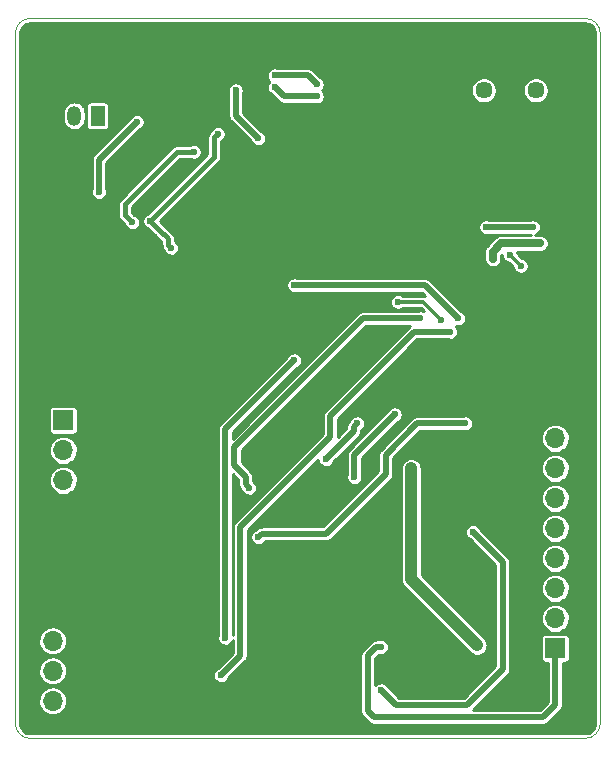
<source format=gbl>
G04 #@! TF.FileFunction,Copper,L2,Bot,Signal*
%FSLAX46Y46*%
G04 Gerber Fmt 4.6, Leading zero omitted, Abs format (unit mm)*
G04 Created by KiCad (PCBNEW 4.0.6) date 08/10/17 19:56:54*
%MOMM*%
%LPD*%
G01*
G04 APERTURE LIST*
%ADD10C,0.100000*%
%ADD11C,0.600000*%
%ADD12R,1.700000X1.700000*%
%ADD13O,1.700000X1.700000*%
%ADD14R,1.200000X1.700000*%
%ADD15O,1.200000X1.700000*%
%ADD16C,1.450000*%
%ADD17C,0.500000*%
%ADD18C,0.400000*%
%ADD19C,0.300000*%
%ADD20C,0.700000*%
%ADD21C,1.000000*%
%ADD22C,0.250000*%
G04 APERTURE END LIST*
D10*
X118110000Y-59690000D02*
G75*
G03X116840000Y-60960000I0J-1270000D01*
G01*
X116840000Y-119380000D02*
G75*
G03X118110000Y-120650000I1270000J0D01*
G01*
X165100000Y-120650000D02*
G75*
G03X166370000Y-119380000I0J1270000D01*
G01*
X166370000Y-60960000D02*
G75*
G03X165100000Y-59690000I-1270000J0D01*
G01*
X165100000Y-120650000D02*
X118110000Y-120650000D01*
X166370000Y-60960000D02*
X166370000Y-119380000D01*
X118110000Y-59690000D02*
X165100000Y-59690000D01*
X116840000Y-60960000D02*
X116840000Y-119380000D01*
D11*
X157734000Y-87630000D03*
X162306000Y-72390000D03*
X140208000Y-74422000D03*
X154686000Y-82296000D03*
X154686000Y-80264000D03*
X152654000Y-80264000D03*
X131826000Y-98425000D03*
X131826000Y-83820000D03*
X136906000Y-84328000D03*
X156083000Y-71043800D03*
X128016000Y-109220000D03*
X137922000Y-99060000D03*
X140208000Y-93726000D03*
X157734000Y-90170000D03*
X163322000Y-90678000D03*
X133604000Y-68072000D03*
X135636000Y-78740000D03*
X152654000Y-82296000D03*
X148336000Y-68580000D03*
X123952000Y-109220000D03*
X142875000Y-113030000D03*
X139700000Y-113030000D03*
X142875000Y-109855000D03*
X139700000Y-109855000D03*
X127762000Y-98425000D03*
X123952000Y-98425000D03*
X125984000Y-86868000D03*
X149352000Y-77724000D03*
X145288000Y-79248000D03*
X157734000Y-85090000D03*
X163322000Y-85090000D03*
X155956000Y-98552000D03*
D12*
X162560000Y-113030000D03*
D13*
X162560000Y-110490000D03*
X162560000Y-107950000D03*
X162560000Y-105410000D03*
X162560000Y-102870000D03*
X162560000Y-100330000D03*
X162560000Y-97790000D03*
X162560000Y-95250000D03*
D14*
X123825000Y-67945000D03*
D15*
X121825000Y-67945000D03*
D16*
X160909000Y-65786000D03*
X156509000Y-65786000D03*
D12*
X120015000Y-109855000D03*
D13*
X120015000Y-112395000D03*
X120015000Y-114935000D03*
X120015000Y-117475000D03*
D12*
X120904000Y-93726000D03*
D13*
X120904000Y-96266000D03*
X120904000Y-98806000D03*
D11*
X163159000Y-68336000D03*
X163159000Y-62886000D03*
X154259000Y-62886000D03*
X154259000Y-68336000D03*
X158496000Y-117570000D03*
X138811000Y-64516000D03*
X142367000Y-65278000D03*
X135509000Y-65786000D03*
X137414000Y-69850000D03*
X138811000Y-65532000D03*
X142367000Y-66294000D03*
X126746000Y-76962000D03*
X131953000Y-70993000D03*
X130048000Y-79121000D03*
X128270000Y-76835000D03*
X133985000Y-69469000D03*
X123929669Y-74399669D03*
X127127000Y-68453000D03*
X153670000Y-86233000D03*
X134239000Y-115316000D03*
X151130000Y-85090000D03*
X136652000Y-99441000D03*
X148971000Y-93218000D03*
X145542000Y-98552000D03*
X149225000Y-83693000D03*
X152923120Y-85232120D03*
X156718000Y-77368400D03*
X160680400Y-77368400D03*
X161290000Y-78740000D03*
X157276800Y-80035400D03*
X161290000Y-78740000D03*
X155956000Y-112776000D03*
X150368000Y-97790000D03*
X143129000Y-97028000D03*
X155575000Y-103179000D03*
X147828000Y-116586000D03*
X145796000Y-93980000D03*
X159639000Y-80645000D03*
X158709000Y-79703000D03*
X154320000Y-85090000D03*
X140462000Y-82296000D03*
X154940000Y-93980000D03*
X137414000Y-103632000D03*
X140462000Y-88646000D03*
X134620000Y-112141000D03*
X147828000Y-112903000D03*
D17*
X142367000Y-65278000D02*
X141605000Y-64516000D01*
X141605000Y-64516000D02*
X138811000Y-64516000D01*
X135509000Y-65786000D02*
X135509000Y-67945000D01*
X135509000Y-67945000D02*
X137414000Y-69850000D01*
X142367000Y-66294000D02*
X139573000Y-66294000D01*
X139573000Y-66294000D02*
X138811000Y-65532000D01*
D18*
X130556000Y-70993000D02*
X131953000Y-70993000D01*
X126111000Y-75438000D02*
X130556000Y-70993000D01*
X126111000Y-76327000D02*
X126111000Y-75438000D01*
X126746000Y-76962000D02*
X126111000Y-76327000D01*
X129794000Y-78359000D02*
X129794000Y-78867000D01*
X129794000Y-78867000D02*
X130048000Y-79121000D01*
X129667000Y-78232000D02*
X129794000Y-78359000D01*
X129097001Y-77662001D02*
X129667000Y-78232000D01*
X133985000Y-69469000D02*
X133685001Y-69768999D01*
X133685001Y-69768999D02*
X133685001Y-71419999D01*
X133685001Y-71419999D02*
X128270000Y-76835000D01*
X129097001Y-77662001D02*
X128270000Y-76835000D01*
D17*
X127127000Y-68453000D02*
X123929669Y-71650331D01*
X123929669Y-71650331D02*
X123929669Y-74399669D01*
X143510000Y-93345000D02*
X150622000Y-86233000D01*
X150622000Y-86233000D02*
X153670000Y-86233000D01*
X143510000Y-95155998D02*
X143510000Y-93345000D01*
X135890000Y-113665000D02*
X135890000Y-102775998D01*
X135890000Y-102775998D02*
X143510000Y-95155998D01*
X134239000Y-115316000D02*
X135890000Y-113665000D01*
X148590000Y-85090000D02*
X151130000Y-85090000D01*
X135382000Y-97536000D02*
X135382000Y-96012000D01*
X136652000Y-99441000D02*
X136352001Y-99141001D01*
X146304000Y-85090000D02*
X148590000Y-85090000D01*
X136352001Y-99141001D02*
X136352001Y-98506001D01*
X136352001Y-98506001D02*
X135382000Y-97536000D01*
X135382000Y-96012000D02*
X146304000Y-85090000D01*
X145542000Y-98552000D02*
X145542000Y-96647000D01*
X145542000Y-96647000D02*
X148971000Y-93218000D01*
D19*
X152623121Y-84932121D02*
X151384000Y-83693000D01*
X151384000Y-83693000D02*
X149225000Y-83693000D01*
X152923120Y-85232120D02*
X152623121Y-84932121D01*
D17*
X160680400Y-77368400D02*
X156718000Y-77368400D01*
D20*
X161290000Y-78740000D02*
X157988000Y-78740000D01*
X157988000Y-78740000D02*
X157276800Y-79451200D01*
X157276800Y-79451200D02*
X157276800Y-80035400D01*
D21*
X150368000Y-97790000D02*
X150368000Y-107188000D01*
X150368000Y-107188000D02*
X155956000Y-112776000D01*
D17*
X145496001Y-94660999D02*
X143129000Y-97028000D01*
X145796000Y-93980000D02*
X145496001Y-94279999D01*
X145496001Y-94279999D02*
X145496001Y-94660999D01*
X158115000Y-114808000D02*
X158115000Y-105719000D01*
X158115000Y-105719000D02*
X155575000Y-103179000D01*
X155067000Y-117856000D02*
X158115000Y-114808000D01*
X154940000Y-117856000D02*
X155067000Y-117856000D01*
X149098000Y-117856000D02*
X154940000Y-117856000D01*
X147828000Y-116586000D02*
X149098000Y-117856000D01*
D19*
X158709000Y-79703000D02*
X158709000Y-79715000D01*
X158709000Y-79715000D02*
X159639000Y-80645000D01*
D17*
X140462000Y-82296000D02*
X151526000Y-82296000D01*
X151526000Y-82296000D02*
X154320000Y-85090000D01*
X148209000Y-96647000D02*
X150876000Y-93980000D01*
X150876000Y-93980000D02*
X154940000Y-93980000D01*
X148209000Y-98298000D02*
X148209000Y-96647000D01*
X143174999Y-103332001D02*
X148209000Y-98298000D01*
X137414000Y-103632000D02*
X137713999Y-103332001D01*
X137713999Y-103332001D02*
X143174999Y-103332001D01*
X134620000Y-112141000D02*
X134620000Y-94488000D01*
X134620000Y-94488000D02*
X140462000Y-88646000D01*
X147828000Y-112903000D02*
X147403736Y-112903000D01*
X147403736Y-112903000D02*
X146685000Y-113621736D01*
X162560000Y-117856000D02*
X162560000Y-113030000D01*
X146685000Y-113621736D02*
X146685000Y-118364000D01*
X147193000Y-118872000D02*
X161544000Y-118872000D01*
X146685000Y-118364000D02*
X147193000Y-118872000D01*
X161544000Y-118872000D02*
X162560000Y-117856000D01*
D22*
G36*
X165263736Y-60133093D02*
X165421225Y-60180642D01*
X165566490Y-60257881D01*
X165693978Y-60361857D01*
X165798848Y-60488623D01*
X165877096Y-60633340D01*
X165925745Y-60790498D01*
X165945000Y-60973703D01*
X165945000Y-119359210D01*
X165926907Y-119543736D01*
X165879357Y-119701228D01*
X165802121Y-119846488D01*
X165698144Y-119973976D01*
X165571377Y-120078848D01*
X165426660Y-120157096D01*
X165269501Y-120205745D01*
X165086297Y-120225000D01*
X118130790Y-120225000D01*
X117946264Y-120206907D01*
X117788772Y-120159357D01*
X117643512Y-120082121D01*
X117516024Y-119978144D01*
X117411152Y-119851377D01*
X117332904Y-119706660D01*
X117284255Y-119549501D01*
X117265000Y-119366297D01*
X117265000Y-117466448D01*
X118784103Y-117466448D01*
X118805771Y-117704542D01*
X118873273Y-117933893D01*
X118984037Y-118145765D01*
X119133844Y-118332088D01*
X119316988Y-118485764D01*
X119526494Y-118600941D01*
X119754381Y-118673231D01*
X119991969Y-118699881D01*
X120009073Y-118700000D01*
X120020927Y-118700000D01*
X120258864Y-118676670D01*
X120487738Y-118607569D01*
X120698832Y-118495329D01*
X120884104Y-118344224D01*
X121036498Y-118160011D01*
X121150209Y-117949707D01*
X121220907Y-117721320D01*
X121245897Y-117483552D01*
X121224229Y-117245458D01*
X121156727Y-117016107D01*
X121045963Y-116804235D01*
X120896156Y-116617912D01*
X120713012Y-116464236D01*
X120503506Y-116349059D01*
X120275619Y-116276769D01*
X120038031Y-116250119D01*
X120020927Y-116250000D01*
X120009073Y-116250000D01*
X119771136Y-116273330D01*
X119542262Y-116342431D01*
X119331168Y-116454671D01*
X119145896Y-116605776D01*
X118993502Y-116789989D01*
X118879791Y-117000293D01*
X118809093Y-117228680D01*
X118784103Y-117466448D01*
X117265000Y-117466448D01*
X117265000Y-114926448D01*
X118784103Y-114926448D01*
X118805771Y-115164542D01*
X118873273Y-115393893D01*
X118984037Y-115605765D01*
X119133844Y-115792088D01*
X119316988Y-115945764D01*
X119526494Y-116060941D01*
X119754381Y-116133231D01*
X119991969Y-116159881D01*
X120009073Y-116160000D01*
X120020927Y-116160000D01*
X120258864Y-116136670D01*
X120487738Y-116067569D01*
X120698832Y-115955329D01*
X120884104Y-115804224D01*
X121036498Y-115620011D01*
X121150209Y-115409707D01*
X121161647Y-115372756D01*
X133563113Y-115372756D01*
X133587009Y-115502955D01*
X133635739Y-115626034D01*
X133707447Y-115737303D01*
X133799402Y-115832526D01*
X133908101Y-115908073D01*
X134029404Y-115961069D01*
X134158691Y-115989495D01*
X134291036Y-115992267D01*
X134421399Y-115969280D01*
X134544815Y-115921411D01*
X134656582Y-115850481D01*
X134752444Y-115759193D01*
X134828749Y-115651024D01*
X134861564Y-115577320D01*
X136331942Y-114106941D01*
X136368580Y-114062337D01*
X136405696Y-114018104D01*
X136407279Y-114015224D01*
X136409365Y-114012685D01*
X136436621Y-113961853D01*
X136464460Y-113911214D01*
X136465456Y-113908076D01*
X136467006Y-113905184D01*
X136483881Y-113849990D01*
X136501342Y-113794945D01*
X136501708Y-113791683D01*
X136502670Y-113788536D01*
X136508508Y-113731063D01*
X136514939Y-113673726D01*
X136514984Y-113667301D01*
X136514996Y-113667182D01*
X136514986Y-113667071D01*
X136515000Y-113665000D01*
X136515000Y-113621736D01*
X146060000Y-113621736D01*
X146060000Y-118364000D01*
X146065635Y-118421468D01*
X146070666Y-118478970D01*
X146071582Y-118482123D01*
X146071903Y-118485396D01*
X146088585Y-118540650D01*
X146104696Y-118596105D01*
X146106210Y-118599026D01*
X146107159Y-118602169D01*
X146134263Y-118653144D01*
X146160831Y-118704399D01*
X146162879Y-118706965D01*
X146164424Y-118709870D01*
X146200940Y-118754642D01*
X146236931Y-118799728D01*
X146241443Y-118804304D01*
X146241518Y-118804396D01*
X146241603Y-118804466D01*
X146243058Y-118805942D01*
X146751058Y-119313941D01*
X146795658Y-119350576D01*
X146839896Y-119387696D01*
X146842776Y-119389279D01*
X146845315Y-119391365D01*
X146896166Y-119418631D01*
X146946786Y-119446460D01*
X146949922Y-119447455D01*
X146952815Y-119449006D01*
X147007983Y-119465873D01*
X147063055Y-119483342D01*
X147066322Y-119483708D01*
X147069464Y-119484669D01*
X147126887Y-119490502D01*
X147184274Y-119496939D01*
X147190699Y-119496984D01*
X147190818Y-119496996D01*
X147190929Y-119496986D01*
X147193000Y-119497000D01*
X161544000Y-119497000D01*
X161601468Y-119491365D01*
X161658970Y-119486334D01*
X161662123Y-119485418D01*
X161665396Y-119485097D01*
X161720650Y-119468415D01*
X161776105Y-119452304D01*
X161779026Y-119450790D01*
X161782169Y-119449841D01*
X161833144Y-119422737D01*
X161884399Y-119396169D01*
X161886965Y-119394121D01*
X161889870Y-119392576D01*
X161934642Y-119356060D01*
X161979728Y-119320069D01*
X161984304Y-119315557D01*
X161984396Y-119315482D01*
X161984466Y-119315397D01*
X161985942Y-119313942D01*
X163001942Y-118297942D01*
X163038601Y-118253312D01*
X163075696Y-118209104D01*
X163077279Y-118206225D01*
X163079365Y-118203685D01*
X163106621Y-118152853D01*
X163134460Y-118102214D01*
X163135456Y-118099076D01*
X163137006Y-118096184D01*
X163153881Y-118040990D01*
X163171342Y-117985945D01*
X163171708Y-117982683D01*
X163172670Y-117979536D01*
X163178508Y-117922058D01*
X163184939Y-117864726D01*
X163184984Y-117858301D01*
X163184996Y-117858182D01*
X163184986Y-117858071D01*
X163185000Y-117856000D01*
X163185000Y-114256814D01*
X163410000Y-114256814D01*
X163469717Y-114252052D01*
X163571004Y-114220685D01*
X163659543Y-114162343D01*
X163728322Y-114081643D01*
X163771896Y-113984978D01*
X163786814Y-113880000D01*
X163786814Y-112180000D01*
X163782052Y-112120283D01*
X163750685Y-112018996D01*
X163692343Y-111930457D01*
X163611643Y-111861678D01*
X163514978Y-111818104D01*
X163410000Y-111803186D01*
X161710000Y-111803186D01*
X161650283Y-111807948D01*
X161548996Y-111839315D01*
X161460457Y-111897657D01*
X161391678Y-111978357D01*
X161348104Y-112075022D01*
X161333186Y-112180000D01*
X161333186Y-113880000D01*
X161337948Y-113939717D01*
X161369315Y-114041004D01*
X161427657Y-114129543D01*
X161508357Y-114198322D01*
X161605022Y-114241896D01*
X161710000Y-114256814D01*
X161935000Y-114256814D01*
X161935000Y-117597116D01*
X161285116Y-118247000D01*
X155559884Y-118247000D01*
X158556942Y-115249942D01*
X158593601Y-115205312D01*
X158630696Y-115161104D01*
X158632279Y-115158225D01*
X158634365Y-115155685D01*
X158661621Y-115104853D01*
X158689460Y-115054214D01*
X158690456Y-115051076D01*
X158692006Y-115048184D01*
X158708881Y-114992990D01*
X158726342Y-114937945D01*
X158726708Y-114934683D01*
X158727670Y-114931536D01*
X158733508Y-114874058D01*
X158739939Y-114816726D01*
X158739984Y-114810301D01*
X158739996Y-114810182D01*
X158739986Y-114810071D01*
X158740000Y-114808000D01*
X158740000Y-110481448D01*
X161329103Y-110481448D01*
X161350771Y-110719542D01*
X161418273Y-110948893D01*
X161529037Y-111160765D01*
X161678844Y-111347088D01*
X161861988Y-111500764D01*
X162071494Y-111615941D01*
X162299381Y-111688231D01*
X162536969Y-111714881D01*
X162554073Y-111715000D01*
X162565927Y-111715000D01*
X162803864Y-111691670D01*
X163032738Y-111622569D01*
X163243832Y-111510329D01*
X163429104Y-111359224D01*
X163581498Y-111175011D01*
X163695209Y-110964707D01*
X163765907Y-110736320D01*
X163790897Y-110498552D01*
X163769229Y-110260458D01*
X163701727Y-110031107D01*
X163590963Y-109819235D01*
X163441156Y-109632912D01*
X163258012Y-109479236D01*
X163048506Y-109364059D01*
X162820619Y-109291769D01*
X162583031Y-109265119D01*
X162565927Y-109265000D01*
X162554073Y-109265000D01*
X162316136Y-109288330D01*
X162087262Y-109357431D01*
X161876168Y-109469671D01*
X161690896Y-109620776D01*
X161538502Y-109804989D01*
X161424791Y-110015293D01*
X161354093Y-110243680D01*
X161329103Y-110481448D01*
X158740000Y-110481448D01*
X158740000Y-107941448D01*
X161329103Y-107941448D01*
X161350771Y-108179542D01*
X161418273Y-108408893D01*
X161529037Y-108620765D01*
X161678844Y-108807088D01*
X161861988Y-108960764D01*
X162071494Y-109075941D01*
X162299381Y-109148231D01*
X162536969Y-109174881D01*
X162554073Y-109175000D01*
X162565927Y-109175000D01*
X162803864Y-109151670D01*
X163032738Y-109082569D01*
X163243832Y-108970329D01*
X163429104Y-108819224D01*
X163581498Y-108635011D01*
X163695209Y-108424707D01*
X163765907Y-108196320D01*
X163790897Y-107958552D01*
X163769229Y-107720458D01*
X163701727Y-107491107D01*
X163590963Y-107279235D01*
X163441156Y-107092912D01*
X163258012Y-106939236D01*
X163048506Y-106824059D01*
X162820619Y-106751769D01*
X162583031Y-106725119D01*
X162565927Y-106725000D01*
X162554073Y-106725000D01*
X162316136Y-106748330D01*
X162087262Y-106817431D01*
X161876168Y-106929671D01*
X161690896Y-107080776D01*
X161538502Y-107264989D01*
X161424791Y-107475293D01*
X161354093Y-107703680D01*
X161329103Y-107941448D01*
X158740000Y-107941448D01*
X158740000Y-105719000D01*
X158734361Y-105661487D01*
X158729334Y-105604030D01*
X158728418Y-105600877D01*
X158728097Y-105597604D01*
X158711415Y-105542350D01*
X158695304Y-105486895D01*
X158693790Y-105483974D01*
X158692841Y-105480831D01*
X158665737Y-105429856D01*
X158651012Y-105401448D01*
X161329103Y-105401448D01*
X161350771Y-105639542D01*
X161418273Y-105868893D01*
X161529037Y-106080765D01*
X161678844Y-106267088D01*
X161861988Y-106420764D01*
X162071494Y-106535941D01*
X162299381Y-106608231D01*
X162536969Y-106634881D01*
X162554073Y-106635000D01*
X162565927Y-106635000D01*
X162803864Y-106611670D01*
X163032738Y-106542569D01*
X163243832Y-106430329D01*
X163429104Y-106279224D01*
X163581498Y-106095011D01*
X163695209Y-105884707D01*
X163765907Y-105656320D01*
X163790897Y-105418552D01*
X163769229Y-105180458D01*
X163701727Y-104951107D01*
X163590963Y-104739235D01*
X163441156Y-104552912D01*
X163258012Y-104399236D01*
X163048506Y-104284059D01*
X162820619Y-104211769D01*
X162583031Y-104185119D01*
X162565927Y-104185000D01*
X162554073Y-104185000D01*
X162316136Y-104208330D01*
X162087262Y-104277431D01*
X161876168Y-104389671D01*
X161690896Y-104540776D01*
X161538502Y-104724989D01*
X161424791Y-104935293D01*
X161354093Y-105163680D01*
X161329103Y-105401448D01*
X158651012Y-105401448D01*
X158639169Y-105378601D01*
X158637121Y-105376035D01*
X158635576Y-105373130D01*
X158599080Y-105328382D01*
X158563069Y-105283271D01*
X158558559Y-105278699D01*
X158558482Y-105278604D01*
X158558394Y-105278531D01*
X158556941Y-105277058D01*
X156197303Y-102917419D01*
X156174234Y-102861448D01*
X161329103Y-102861448D01*
X161350771Y-103099542D01*
X161418273Y-103328893D01*
X161529037Y-103540765D01*
X161678844Y-103727088D01*
X161861988Y-103880764D01*
X162071494Y-103995941D01*
X162299381Y-104068231D01*
X162536969Y-104094881D01*
X162554073Y-104095000D01*
X162565927Y-104095000D01*
X162803864Y-104071670D01*
X163032738Y-104002569D01*
X163243832Y-103890329D01*
X163429104Y-103739224D01*
X163581498Y-103555011D01*
X163695209Y-103344707D01*
X163765907Y-103116320D01*
X163790897Y-102878552D01*
X163769229Y-102640458D01*
X163701727Y-102411107D01*
X163590963Y-102199235D01*
X163441156Y-102012912D01*
X163258012Y-101859236D01*
X163048506Y-101744059D01*
X162820619Y-101671769D01*
X162583031Y-101645119D01*
X162565927Y-101645000D01*
X162554073Y-101645000D01*
X162316136Y-101668330D01*
X162087262Y-101737431D01*
X161876168Y-101849671D01*
X161690896Y-102000776D01*
X161538502Y-102184989D01*
X161424791Y-102395293D01*
X161354093Y-102623680D01*
X161329103Y-102861448D01*
X156174234Y-102861448D01*
X156173873Y-102860573D01*
X156100618Y-102750316D01*
X156007343Y-102656387D01*
X155897600Y-102582364D01*
X155775569Y-102531067D01*
X155645898Y-102504450D01*
X155513527Y-102503525D01*
X155383497Y-102528330D01*
X155260762Y-102577918D01*
X155149996Y-102650402D01*
X155055418Y-102743019D01*
X154980631Y-102852243D01*
X154928483Y-102973913D01*
X154900961Y-103103394D01*
X154899113Y-103235756D01*
X154923009Y-103365955D01*
X154971739Y-103489034D01*
X155043447Y-103600303D01*
X155135402Y-103695526D01*
X155244101Y-103771073D01*
X155313516Y-103801399D01*
X157490000Y-105977883D01*
X157490000Y-114549116D01*
X154808116Y-117231000D01*
X149356884Y-117231000D01*
X148450303Y-116324419D01*
X148426873Y-116267573D01*
X148353618Y-116157316D01*
X148260343Y-116063387D01*
X148150600Y-115989364D01*
X148028569Y-115938067D01*
X147898898Y-115911450D01*
X147766527Y-115910525D01*
X147636497Y-115935330D01*
X147513762Y-115984918D01*
X147402996Y-116057402D01*
X147310000Y-116148470D01*
X147310000Y-113880620D01*
X147638199Y-113552421D01*
X147747691Y-113576495D01*
X147880036Y-113579267D01*
X148010399Y-113556280D01*
X148133815Y-113508411D01*
X148245582Y-113437481D01*
X148341444Y-113346193D01*
X148417749Y-113238024D01*
X148471590Y-113117094D01*
X148500918Y-112988009D01*
X148503029Y-112836813D01*
X148477317Y-112706960D01*
X148426873Y-112584573D01*
X148353618Y-112474316D01*
X148260343Y-112380387D01*
X148150600Y-112306364D01*
X148028569Y-112255067D01*
X147898898Y-112228450D01*
X147766527Y-112227525D01*
X147636497Y-112252330D01*
X147572961Y-112278000D01*
X147403736Y-112278000D01*
X147346268Y-112283635D01*
X147288766Y-112288666D01*
X147285613Y-112289582D01*
X147282340Y-112289903D01*
X147227086Y-112306585D01*
X147171631Y-112322696D01*
X147168710Y-112324210D01*
X147165567Y-112325159D01*
X147114592Y-112352263D01*
X147063337Y-112378831D01*
X147060771Y-112380879D01*
X147057866Y-112382424D01*
X147013118Y-112418920D01*
X146968007Y-112454931D01*
X146963430Y-112459444D01*
X146963340Y-112459518D01*
X146963271Y-112459602D01*
X146961794Y-112461058D01*
X146243058Y-113179794D01*
X146206399Y-113224424D01*
X146169304Y-113268632D01*
X146167721Y-113271511D01*
X146165635Y-113274051D01*
X146138379Y-113324883D01*
X146110540Y-113375522D01*
X146109544Y-113378660D01*
X146107994Y-113381552D01*
X146091119Y-113436746D01*
X146073658Y-113491791D01*
X146073292Y-113495053D01*
X146072330Y-113498200D01*
X146066492Y-113555673D01*
X146060061Y-113613010D01*
X146060016Y-113619435D01*
X146060004Y-113619554D01*
X146060014Y-113619665D01*
X146060000Y-113621736D01*
X136515000Y-113621736D01*
X136515000Y-103688756D01*
X136738113Y-103688756D01*
X136762009Y-103818955D01*
X136810739Y-103942034D01*
X136882447Y-104053303D01*
X136974402Y-104148526D01*
X137083101Y-104224073D01*
X137204404Y-104277069D01*
X137333691Y-104305495D01*
X137466036Y-104308267D01*
X137596399Y-104285280D01*
X137719815Y-104237411D01*
X137831582Y-104166481D01*
X137927444Y-104075193D01*
X138003749Y-103967024D01*
X138008211Y-103957001D01*
X143174999Y-103957001D01*
X143232467Y-103951366D01*
X143289969Y-103946335D01*
X143293122Y-103945419D01*
X143296395Y-103945098D01*
X143351649Y-103928416D01*
X143407104Y-103912305D01*
X143410025Y-103910791D01*
X143413168Y-103909842D01*
X143464143Y-103882738D01*
X143515398Y-103856170D01*
X143517964Y-103854122D01*
X143520869Y-103852577D01*
X143565641Y-103816061D01*
X143610727Y-103780070D01*
X143615303Y-103775558D01*
X143615395Y-103775483D01*
X143615465Y-103775398D01*
X143616941Y-103773943D01*
X148650941Y-98739942D01*
X148687576Y-98695342D01*
X148724696Y-98651104D01*
X148726279Y-98648224D01*
X148728365Y-98645685D01*
X148755631Y-98594834D01*
X148783460Y-98544214D01*
X148784455Y-98541078D01*
X148786006Y-98538185D01*
X148802873Y-98483017D01*
X148820342Y-98427945D01*
X148820708Y-98424678D01*
X148821669Y-98421536D01*
X148827502Y-98364113D01*
X148833939Y-98306726D01*
X148833984Y-98300301D01*
X148833996Y-98300182D01*
X148833986Y-98300071D01*
X148834000Y-98298000D01*
X148834000Y-97790000D01*
X149493000Y-97790000D01*
X149493000Y-107188000D01*
X149500891Y-107268475D01*
X149507932Y-107348957D01*
X149509215Y-107353372D01*
X149509664Y-107357955D01*
X149533040Y-107435381D01*
X149555575Y-107512947D01*
X149557691Y-107517030D01*
X149559022Y-107521437D01*
X149596976Y-107592817D01*
X149634163Y-107664559D01*
X149637034Y-107668155D01*
X149639194Y-107672218D01*
X149690257Y-107734827D01*
X149740703Y-107798020D01*
X149747018Y-107804423D01*
X149747126Y-107804555D01*
X149747249Y-107804657D01*
X149749282Y-107806718D01*
X155337281Y-113394718D01*
X155469241Y-113503111D01*
X155619741Y-113583809D01*
X155783050Y-113633737D01*
X155952946Y-113650994D01*
X156122958Y-113634924D01*
X156286610Y-113586136D01*
X156437670Y-113506491D01*
X156570384Y-113399023D01*
X156679695Y-113267822D01*
X156761442Y-113117889D01*
X156812509Y-112954934D01*
X156830952Y-112785163D01*
X156816068Y-112615042D01*
X156768424Y-112451053D01*
X156689837Y-112299441D01*
X156583297Y-112165980D01*
X156574718Y-112157281D01*
X151243000Y-106825564D01*
X151243000Y-100321448D01*
X161329103Y-100321448D01*
X161350771Y-100559542D01*
X161418273Y-100788893D01*
X161529037Y-101000765D01*
X161678844Y-101187088D01*
X161861988Y-101340764D01*
X162071494Y-101455941D01*
X162299381Y-101528231D01*
X162536969Y-101554881D01*
X162554073Y-101555000D01*
X162565927Y-101555000D01*
X162803864Y-101531670D01*
X163032738Y-101462569D01*
X163243832Y-101350329D01*
X163429104Y-101199224D01*
X163581498Y-101015011D01*
X163695209Y-100804707D01*
X163765907Y-100576320D01*
X163790897Y-100338552D01*
X163769229Y-100100458D01*
X163701727Y-99871107D01*
X163590963Y-99659235D01*
X163441156Y-99472912D01*
X163258012Y-99319236D01*
X163048506Y-99204059D01*
X162820619Y-99131769D01*
X162583031Y-99105119D01*
X162565927Y-99105000D01*
X162554073Y-99105000D01*
X162316136Y-99128330D01*
X162087262Y-99197431D01*
X161876168Y-99309671D01*
X161690896Y-99460776D01*
X161538502Y-99644989D01*
X161424791Y-99855293D01*
X161354093Y-100083680D01*
X161329103Y-100321448D01*
X151243000Y-100321448D01*
X151243000Y-97790000D01*
X151242162Y-97781448D01*
X161329103Y-97781448D01*
X161350771Y-98019542D01*
X161418273Y-98248893D01*
X161529037Y-98460765D01*
X161678844Y-98647088D01*
X161861988Y-98800764D01*
X162071494Y-98915941D01*
X162299381Y-98988231D01*
X162536969Y-99014881D01*
X162554073Y-99015000D01*
X162565927Y-99015000D01*
X162803864Y-98991670D01*
X163032738Y-98922569D01*
X163243832Y-98810329D01*
X163429104Y-98659224D01*
X163581498Y-98475011D01*
X163695209Y-98264707D01*
X163765907Y-98036320D01*
X163790897Y-97798552D01*
X163769229Y-97560458D01*
X163701727Y-97331107D01*
X163590963Y-97119235D01*
X163441156Y-96932912D01*
X163258012Y-96779236D01*
X163048506Y-96664059D01*
X162820619Y-96591769D01*
X162583031Y-96565119D01*
X162565927Y-96565000D01*
X162554073Y-96565000D01*
X162316136Y-96588330D01*
X162087262Y-96657431D01*
X161876168Y-96769671D01*
X161690896Y-96920776D01*
X161538502Y-97104989D01*
X161424791Y-97315293D01*
X161354093Y-97543680D01*
X161329103Y-97781448D01*
X151242162Y-97781448D01*
X151226336Y-97620045D01*
X151176978Y-97456563D01*
X151096806Y-97305782D01*
X150988874Y-97173445D01*
X150857294Y-97064592D01*
X150707076Y-96983370D01*
X150543943Y-96932872D01*
X150374109Y-96915021D01*
X150204041Y-96930499D01*
X150040219Y-96978714D01*
X149888882Y-97057831D01*
X149755795Y-97164836D01*
X149646026Y-97295654D01*
X149563757Y-97445301D01*
X149512121Y-97608077D01*
X149493085Y-97777783D01*
X149493000Y-97790000D01*
X148834000Y-97790000D01*
X148834000Y-96905884D01*
X150498435Y-95241448D01*
X161329103Y-95241448D01*
X161350771Y-95479542D01*
X161418273Y-95708893D01*
X161529037Y-95920765D01*
X161678844Y-96107088D01*
X161861988Y-96260764D01*
X162071494Y-96375941D01*
X162299381Y-96448231D01*
X162536969Y-96474881D01*
X162554073Y-96475000D01*
X162565927Y-96475000D01*
X162803864Y-96451670D01*
X163032738Y-96382569D01*
X163243832Y-96270329D01*
X163429104Y-96119224D01*
X163581498Y-95935011D01*
X163695209Y-95724707D01*
X163765907Y-95496320D01*
X163790897Y-95258552D01*
X163769229Y-95020458D01*
X163701727Y-94791107D01*
X163590963Y-94579235D01*
X163441156Y-94392912D01*
X163258012Y-94239236D01*
X163048506Y-94124059D01*
X162820619Y-94051769D01*
X162583031Y-94025119D01*
X162565927Y-94025000D01*
X162554073Y-94025000D01*
X162316136Y-94048330D01*
X162087262Y-94117431D01*
X161876168Y-94229671D01*
X161690896Y-94380776D01*
X161538502Y-94564989D01*
X161424791Y-94775293D01*
X161354093Y-95003680D01*
X161329103Y-95241448D01*
X150498435Y-95241448D01*
X151134883Y-94605000D01*
X154684468Y-94605000D01*
X154730404Y-94625069D01*
X154859691Y-94653495D01*
X154992036Y-94656267D01*
X155122399Y-94633280D01*
X155245815Y-94585411D01*
X155357582Y-94514481D01*
X155453444Y-94423193D01*
X155529749Y-94315024D01*
X155583590Y-94194094D01*
X155612918Y-94065009D01*
X155615029Y-93913813D01*
X155589317Y-93783960D01*
X155538873Y-93661573D01*
X155465618Y-93551316D01*
X155372343Y-93457387D01*
X155262600Y-93383364D01*
X155140569Y-93332067D01*
X155010898Y-93305450D01*
X154878527Y-93304525D01*
X154748497Y-93329330D01*
X154684961Y-93355000D01*
X150876000Y-93355000D01*
X150818578Y-93360630D01*
X150761030Y-93365665D01*
X150757872Y-93366583D01*
X150754604Y-93366903D01*
X150699391Y-93383573D01*
X150643895Y-93399696D01*
X150640974Y-93401210D01*
X150637831Y-93402159D01*
X150586856Y-93429263D01*
X150535601Y-93455831D01*
X150533035Y-93457879D01*
X150530130Y-93459424D01*
X150485358Y-93495940D01*
X150440272Y-93531931D01*
X150435700Y-93536440D01*
X150435604Y-93536518D01*
X150435530Y-93536607D01*
X150434059Y-93538058D01*
X147767058Y-96205058D01*
X147730399Y-96249688D01*
X147693304Y-96293896D01*
X147691721Y-96296775D01*
X147689635Y-96299315D01*
X147662379Y-96350147D01*
X147634540Y-96400786D01*
X147633544Y-96403924D01*
X147631994Y-96406816D01*
X147615119Y-96462010D01*
X147597658Y-96517055D01*
X147597292Y-96520317D01*
X147596330Y-96523464D01*
X147590492Y-96580937D01*
X147584061Y-96638274D01*
X147584016Y-96644699D01*
X147584004Y-96644818D01*
X147584014Y-96644929D01*
X147584000Y-96647000D01*
X147584000Y-98039117D01*
X142916115Y-102707001D01*
X137713999Y-102707001D01*
X137656577Y-102712631D01*
X137599029Y-102717666D01*
X137595871Y-102718584D01*
X137592603Y-102718904D01*
X137537390Y-102735574D01*
X137481894Y-102751697D01*
X137478973Y-102753211D01*
X137475830Y-102754160D01*
X137424855Y-102781264D01*
X137373600Y-102807832D01*
X137371034Y-102809880D01*
X137368129Y-102811425D01*
X137323357Y-102847941D01*
X137278271Y-102883932D01*
X137273699Y-102888441D01*
X137273603Y-102888519D01*
X137273529Y-102888608D01*
X137272058Y-102890059D01*
X137152510Y-103009606D01*
X137099762Y-103030918D01*
X136988996Y-103103402D01*
X136894418Y-103196019D01*
X136819631Y-103305243D01*
X136767483Y-103426913D01*
X136739961Y-103556394D01*
X136738113Y-103688756D01*
X136515000Y-103688756D01*
X136515000Y-103034882D01*
X140941125Y-98608756D01*
X144866113Y-98608756D01*
X144890009Y-98738955D01*
X144938739Y-98862034D01*
X145010447Y-98973303D01*
X145102402Y-99068526D01*
X145211101Y-99144073D01*
X145332404Y-99197069D01*
X145461691Y-99225495D01*
X145594036Y-99228267D01*
X145724399Y-99205280D01*
X145847815Y-99157411D01*
X145959582Y-99086481D01*
X146055444Y-98995193D01*
X146131749Y-98887024D01*
X146185590Y-98766094D01*
X146214918Y-98637009D01*
X146217029Y-98485813D01*
X146191317Y-98355960D01*
X146167000Y-98296962D01*
X146167000Y-96905884D01*
X149232148Y-93840736D01*
X149276815Y-93823411D01*
X149388582Y-93752481D01*
X149484444Y-93661193D01*
X149560749Y-93553024D01*
X149614590Y-93432094D01*
X149643918Y-93303009D01*
X149646029Y-93151813D01*
X149620317Y-93021960D01*
X149569873Y-92899573D01*
X149496618Y-92789316D01*
X149403343Y-92695387D01*
X149293600Y-92621364D01*
X149171569Y-92570067D01*
X149041898Y-92543450D01*
X148909527Y-92542525D01*
X148779497Y-92567330D01*
X148656762Y-92616918D01*
X148545996Y-92689402D01*
X148451418Y-92782019D01*
X148376631Y-92891243D01*
X148348696Y-92956420D01*
X145100058Y-96205058D01*
X145063399Y-96249688D01*
X145026304Y-96293896D01*
X145024721Y-96296775D01*
X145022635Y-96299315D01*
X144995379Y-96350147D01*
X144967540Y-96400786D01*
X144966544Y-96403924D01*
X144964994Y-96406816D01*
X144948119Y-96462010D01*
X144930658Y-96517055D01*
X144930292Y-96520317D01*
X144929330Y-96523464D01*
X144923492Y-96580937D01*
X144917061Y-96638274D01*
X144917016Y-96644699D01*
X144917004Y-96644818D01*
X144917014Y-96644929D01*
X144917000Y-96647000D01*
X144917000Y-98296710D01*
X144895483Y-98346913D01*
X144867961Y-98476394D01*
X144866113Y-98608756D01*
X140941125Y-98608756D01*
X142454976Y-97094905D01*
X142477009Y-97214955D01*
X142525739Y-97338034D01*
X142597447Y-97449303D01*
X142689402Y-97544526D01*
X142798101Y-97620073D01*
X142919404Y-97673069D01*
X143048691Y-97701495D01*
X143181036Y-97704267D01*
X143311399Y-97681280D01*
X143434815Y-97633411D01*
X143546582Y-97562481D01*
X143642444Y-97471193D01*
X143718749Y-97363024D01*
X143751564Y-97289320D01*
X145937943Y-95102941D01*
X145974602Y-95058311D01*
X146011697Y-95014103D01*
X146013280Y-95011224D01*
X146015366Y-95008684D01*
X146042622Y-94957852D01*
X146070461Y-94907213D01*
X146071457Y-94904075D01*
X146073007Y-94901183D01*
X146089882Y-94845989D01*
X146107343Y-94790944D01*
X146107709Y-94787682D01*
X146108671Y-94784535D01*
X146114509Y-94727062D01*
X146120940Y-94669725D01*
X146120985Y-94663300D01*
X146120997Y-94663181D01*
X146120987Y-94663070D01*
X146121001Y-94660999D01*
X146121001Y-94573235D01*
X146213582Y-94514481D01*
X146309444Y-94423193D01*
X146385749Y-94315024D01*
X146439590Y-94194094D01*
X146468918Y-94065009D01*
X146471029Y-93913813D01*
X146445317Y-93783960D01*
X146394873Y-93661573D01*
X146321618Y-93551316D01*
X146228343Y-93457387D01*
X146118600Y-93383364D01*
X145996569Y-93332067D01*
X145866898Y-93305450D01*
X145734527Y-93304525D01*
X145604497Y-93329330D01*
X145481762Y-93378918D01*
X145370996Y-93451402D01*
X145276418Y-93544019D01*
X145201631Y-93653243D01*
X145173696Y-93718421D01*
X145054059Y-93838057D01*
X145017400Y-93882687D01*
X144980305Y-93926895D01*
X144978722Y-93929774D01*
X144976636Y-93932314D01*
X144949380Y-93983146D01*
X144921541Y-94033785D01*
X144920545Y-94036923D01*
X144918995Y-94039815D01*
X144902120Y-94095009D01*
X144884659Y-94150054D01*
X144884293Y-94153316D01*
X144883331Y-94156463D01*
X144877493Y-94213936D01*
X144871062Y-94271273D01*
X144871017Y-94277698D01*
X144871005Y-94277817D01*
X144871015Y-94277928D01*
X144871001Y-94279999D01*
X144871001Y-94402115D01*
X144135000Y-95138116D01*
X144135000Y-93603884D01*
X150880884Y-86858000D01*
X153414468Y-86858000D01*
X153460404Y-86878069D01*
X153589691Y-86906495D01*
X153722036Y-86909267D01*
X153852399Y-86886280D01*
X153975815Y-86838411D01*
X154087582Y-86767481D01*
X154183444Y-86676193D01*
X154259749Y-86568024D01*
X154313590Y-86447094D01*
X154342918Y-86318009D01*
X154345029Y-86166813D01*
X154319317Y-86036960D01*
X154268873Y-85914573D01*
X154195618Y-85804316D01*
X154131448Y-85739696D01*
X154239691Y-85763495D01*
X154372036Y-85766267D01*
X154502399Y-85743280D01*
X154625815Y-85695411D01*
X154737582Y-85624481D01*
X154833444Y-85533193D01*
X154909749Y-85425024D01*
X154963590Y-85304094D01*
X154992918Y-85175009D01*
X154995029Y-85023813D01*
X154969317Y-84893960D01*
X154918873Y-84771573D01*
X154845618Y-84661316D01*
X154752343Y-84567387D01*
X154642600Y-84493364D01*
X154581610Y-84467726D01*
X151967942Y-81854058D01*
X151923312Y-81817399D01*
X151879104Y-81780304D01*
X151876225Y-81778721D01*
X151873685Y-81776635D01*
X151822853Y-81749379D01*
X151772214Y-81721540D01*
X151769076Y-81720544D01*
X151766184Y-81718994D01*
X151710990Y-81702119D01*
X151655945Y-81684658D01*
X151652683Y-81684292D01*
X151649536Y-81683330D01*
X151592063Y-81677492D01*
X151534726Y-81671061D01*
X151528301Y-81671016D01*
X151528182Y-81671004D01*
X151528071Y-81671014D01*
X151526000Y-81671000D01*
X140717125Y-81671000D01*
X140662569Y-81648067D01*
X140532898Y-81621450D01*
X140400527Y-81620525D01*
X140270497Y-81645330D01*
X140147762Y-81694918D01*
X140036996Y-81767402D01*
X139942418Y-81860019D01*
X139867631Y-81969243D01*
X139815483Y-82090913D01*
X139787961Y-82220394D01*
X139786113Y-82352756D01*
X139810009Y-82482955D01*
X139858739Y-82606034D01*
X139930447Y-82717303D01*
X140022402Y-82812526D01*
X140131101Y-82888073D01*
X140252404Y-82941069D01*
X140381691Y-82969495D01*
X140514036Y-82972267D01*
X140644399Y-82949280D01*
X140717311Y-82921000D01*
X151267116Y-82921000D01*
X151540636Y-83194520D01*
X151539313Y-83194115D01*
X151493154Y-83179473D01*
X151490416Y-83179166D01*
X151487770Y-83178357D01*
X151439469Y-83173451D01*
X151391330Y-83168051D01*
X151385936Y-83168013D01*
X151385833Y-83168003D01*
X151385737Y-83168012D01*
X151384000Y-83168000D01*
X149653804Y-83168000D01*
X149547600Y-83096364D01*
X149425569Y-83045067D01*
X149295898Y-83018450D01*
X149163527Y-83017525D01*
X149033497Y-83042330D01*
X148910762Y-83091918D01*
X148799996Y-83164402D01*
X148705418Y-83257019D01*
X148630631Y-83366243D01*
X148578483Y-83487913D01*
X148550961Y-83617394D01*
X148549113Y-83749756D01*
X148573009Y-83879955D01*
X148621739Y-84003034D01*
X148693447Y-84114303D01*
X148785402Y-84209526D01*
X148894101Y-84285073D01*
X149015404Y-84338069D01*
X149144691Y-84366495D01*
X149277036Y-84369267D01*
X149407399Y-84346280D01*
X149530815Y-84298411D01*
X149642582Y-84227481D01*
X149652538Y-84218000D01*
X151166538Y-84218000D01*
X151434144Y-84485606D01*
X151330569Y-84442067D01*
X151200898Y-84415450D01*
X151068527Y-84414525D01*
X150938497Y-84439330D01*
X150874961Y-84465000D01*
X146304000Y-84465000D01*
X146246578Y-84470630D01*
X146189030Y-84475665D01*
X146185872Y-84476583D01*
X146182604Y-84476903D01*
X146127391Y-84493573D01*
X146071895Y-84509696D01*
X146068974Y-84511210D01*
X146065831Y-84512159D01*
X146014856Y-84539263D01*
X145963601Y-84565831D01*
X145961035Y-84567879D01*
X145958130Y-84569424D01*
X145913358Y-84605940D01*
X145868272Y-84641931D01*
X145863700Y-84646440D01*
X145863604Y-84646518D01*
X145863530Y-84646607D01*
X145862059Y-84648058D01*
X135245000Y-95265116D01*
X135245000Y-94746884D01*
X140723147Y-89268736D01*
X140767815Y-89251411D01*
X140879582Y-89180481D01*
X140975444Y-89089193D01*
X141051749Y-88981024D01*
X141105590Y-88860094D01*
X141134918Y-88731009D01*
X141137029Y-88579813D01*
X141111317Y-88449960D01*
X141060873Y-88327573D01*
X140987618Y-88217316D01*
X140894343Y-88123387D01*
X140784600Y-88049364D01*
X140662569Y-87998067D01*
X140532898Y-87971450D01*
X140400527Y-87970525D01*
X140270497Y-87995330D01*
X140147762Y-88044918D01*
X140036996Y-88117402D01*
X139942418Y-88210019D01*
X139867631Y-88319243D01*
X139839695Y-88384422D01*
X134178058Y-94046058D01*
X134141399Y-94090688D01*
X134104304Y-94134896D01*
X134102721Y-94137775D01*
X134100635Y-94140315D01*
X134073379Y-94191147D01*
X134045540Y-94241786D01*
X134044544Y-94244924D01*
X134042994Y-94247816D01*
X134026119Y-94303010D01*
X134008658Y-94358055D01*
X134008292Y-94361317D01*
X134007330Y-94364464D01*
X134001492Y-94421937D01*
X133995061Y-94479274D01*
X133995016Y-94485699D01*
X133995004Y-94485818D01*
X133995014Y-94485929D01*
X133995000Y-94488000D01*
X133995000Y-111885710D01*
X133973483Y-111935913D01*
X133945961Y-112065394D01*
X133944113Y-112197756D01*
X133968009Y-112327955D01*
X134016739Y-112451034D01*
X134088447Y-112562303D01*
X134180402Y-112657526D01*
X134289101Y-112733073D01*
X134410404Y-112786069D01*
X134539691Y-112814495D01*
X134672036Y-112817267D01*
X134802399Y-112794280D01*
X134925815Y-112746411D01*
X135037582Y-112675481D01*
X135133444Y-112584193D01*
X135209749Y-112476024D01*
X135263590Y-112355094D01*
X135265000Y-112348888D01*
X135265000Y-113406117D01*
X133977509Y-114693607D01*
X133924762Y-114714918D01*
X133813996Y-114787402D01*
X133719418Y-114880019D01*
X133644631Y-114989243D01*
X133592483Y-115110913D01*
X133564961Y-115240394D01*
X133563113Y-115372756D01*
X121161647Y-115372756D01*
X121220907Y-115181320D01*
X121245897Y-114943552D01*
X121224229Y-114705458D01*
X121156727Y-114476107D01*
X121045963Y-114264235D01*
X120896156Y-114077912D01*
X120713012Y-113924236D01*
X120503506Y-113809059D01*
X120275619Y-113736769D01*
X120038031Y-113710119D01*
X120020927Y-113710000D01*
X120009073Y-113710000D01*
X119771136Y-113733330D01*
X119542262Y-113802431D01*
X119331168Y-113914671D01*
X119145896Y-114065776D01*
X118993502Y-114249989D01*
X118879791Y-114460293D01*
X118809093Y-114688680D01*
X118784103Y-114926448D01*
X117265000Y-114926448D01*
X117265000Y-112386448D01*
X118784103Y-112386448D01*
X118805771Y-112624542D01*
X118873273Y-112853893D01*
X118984037Y-113065765D01*
X119133844Y-113252088D01*
X119316988Y-113405764D01*
X119526494Y-113520941D01*
X119754381Y-113593231D01*
X119991969Y-113619881D01*
X120009073Y-113620000D01*
X120020927Y-113620000D01*
X120258864Y-113596670D01*
X120487738Y-113527569D01*
X120698832Y-113415329D01*
X120884104Y-113264224D01*
X121036498Y-113080011D01*
X121150209Y-112869707D01*
X121220907Y-112641320D01*
X121245897Y-112403552D01*
X121224229Y-112165458D01*
X121156727Y-111936107D01*
X121045963Y-111724235D01*
X120896156Y-111537912D01*
X120713012Y-111384236D01*
X120503506Y-111269059D01*
X120275619Y-111196769D01*
X120038031Y-111170119D01*
X120020927Y-111170000D01*
X120009073Y-111170000D01*
X119771136Y-111193330D01*
X119542262Y-111262431D01*
X119331168Y-111374671D01*
X119145896Y-111525776D01*
X118993502Y-111709989D01*
X118879791Y-111920293D01*
X118809093Y-112148680D01*
X118784103Y-112386448D01*
X117265000Y-112386448D01*
X117265000Y-110011250D01*
X119040000Y-110011250D01*
X119040000Y-110717312D01*
X119044804Y-110741462D01*
X119054227Y-110764210D01*
X119067906Y-110784683D01*
X119085317Y-110802094D01*
X119105791Y-110815774D01*
X119128539Y-110825196D01*
X119152689Y-110830000D01*
X119858750Y-110830000D01*
X119890000Y-110798750D01*
X119890000Y-109980000D01*
X120140000Y-109980000D01*
X120140000Y-110798750D01*
X120171250Y-110830000D01*
X120877311Y-110830000D01*
X120901461Y-110825196D01*
X120924209Y-110815774D01*
X120944683Y-110802094D01*
X120962094Y-110784683D01*
X120975773Y-110764210D01*
X120985196Y-110741462D01*
X120990000Y-110717312D01*
X120990000Y-110011250D01*
X120958750Y-109980000D01*
X120140000Y-109980000D01*
X119890000Y-109980000D01*
X119071250Y-109980000D01*
X119040000Y-110011250D01*
X117265000Y-110011250D01*
X117265000Y-108992688D01*
X119040000Y-108992688D01*
X119040000Y-109698750D01*
X119071250Y-109730000D01*
X119890000Y-109730000D01*
X119890000Y-108911250D01*
X120140000Y-108911250D01*
X120140000Y-109730000D01*
X120958750Y-109730000D01*
X120990000Y-109698750D01*
X120990000Y-108992688D01*
X120985196Y-108968538D01*
X120975773Y-108945790D01*
X120962094Y-108925317D01*
X120944683Y-108907906D01*
X120924209Y-108894226D01*
X120901461Y-108884804D01*
X120877311Y-108880000D01*
X120171250Y-108880000D01*
X120140000Y-108911250D01*
X119890000Y-108911250D01*
X119858750Y-108880000D01*
X119152689Y-108880000D01*
X119128539Y-108884804D01*
X119105791Y-108894226D01*
X119085317Y-108907906D01*
X119067906Y-108925317D01*
X119054227Y-108945790D01*
X119044804Y-108968538D01*
X119040000Y-108992688D01*
X117265000Y-108992688D01*
X117265000Y-98797448D01*
X119673103Y-98797448D01*
X119694771Y-99035542D01*
X119762273Y-99264893D01*
X119873037Y-99476765D01*
X120022844Y-99663088D01*
X120205988Y-99816764D01*
X120415494Y-99931941D01*
X120643381Y-100004231D01*
X120880969Y-100030881D01*
X120898073Y-100031000D01*
X120909927Y-100031000D01*
X121147864Y-100007670D01*
X121376738Y-99938569D01*
X121587832Y-99826329D01*
X121773104Y-99675224D01*
X121925498Y-99491011D01*
X122039209Y-99280707D01*
X122109907Y-99052320D01*
X122134897Y-98814552D01*
X122113229Y-98576458D01*
X122045727Y-98347107D01*
X121934963Y-98135235D01*
X121785156Y-97948912D01*
X121602012Y-97795236D01*
X121392506Y-97680059D01*
X121164619Y-97607769D01*
X120927031Y-97581119D01*
X120909927Y-97581000D01*
X120898073Y-97581000D01*
X120660136Y-97604330D01*
X120431262Y-97673431D01*
X120220168Y-97785671D01*
X120034896Y-97936776D01*
X119882502Y-98120989D01*
X119768791Y-98331293D01*
X119698093Y-98559680D01*
X119673103Y-98797448D01*
X117265000Y-98797448D01*
X117265000Y-96257448D01*
X119673103Y-96257448D01*
X119694771Y-96495542D01*
X119762273Y-96724893D01*
X119873037Y-96936765D01*
X120022844Y-97123088D01*
X120205988Y-97276764D01*
X120415494Y-97391941D01*
X120643381Y-97464231D01*
X120880969Y-97490881D01*
X120898073Y-97491000D01*
X120909927Y-97491000D01*
X121147864Y-97467670D01*
X121376738Y-97398569D01*
X121587832Y-97286329D01*
X121773104Y-97135224D01*
X121925498Y-96951011D01*
X122039209Y-96740707D01*
X122109907Y-96512320D01*
X122134897Y-96274552D01*
X122113229Y-96036458D01*
X122045727Y-95807107D01*
X121934963Y-95595235D01*
X121785156Y-95408912D01*
X121602012Y-95255236D01*
X121392506Y-95140059D01*
X121164619Y-95067769D01*
X120927031Y-95041119D01*
X120909927Y-95041000D01*
X120898073Y-95041000D01*
X120660136Y-95064330D01*
X120431262Y-95133431D01*
X120220168Y-95245671D01*
X120034896Y-95396776D01*
X119882502Y-95580989D01*
X119768791Y-95791293D01*
X119698093Y-96019680D01*
X119673103Y-96257448D01*
X117265000Y-96257448D01*
X117265000Y-92876000D01*
X119677186Y-92876000D01*
X119677186Y-94576000D01*
X119681948Y-94635717D01*
X119713315Y-94737004D01*
X119771657Y-94825543D01*
X119852357Y-94894322D01*
X119949022Y-94937896D01*
X120054000Y-94952814D01*
X121754000Y-94952814D01*
X121813717Y-94948052D01*
X121915004Y-94916685D01*
X122003543Y-94858343D01*
X122072322Y-94777643D01*
X122115896Y-94680978D01*
X122130814Y-94576000D01*
X122130814Y-92876000D01*
X122126052Y-92816283D01*
X122094685Y-92714996D01*
X122036343Y-92626457D01*
X121955643Y-92557678D01*
X121858978Y-92514104D01*
X121754000Y-92499186D01*
X120054000Y-92499186D01*
X119994283Y-92503948D01*
X119892996Y-92535315D01*
X119804457Y-92593657D01*
X119735678Y-92674357D01*
X119692104Y-92771022D01*
X119677186Y-92876000D01*
X117265000Y-92876000D01*
X117265000Y-75438000D01*
X125536000Y-75438000D01*
X125536000Y-76327000D01*
X125541184Y-76379867D01*
X125545812Y-76432772D01*
X125546656Y-76435677D01*
X125546951Y-76438685D01*
X125562290Y-76489490D01*
X125577120Y-76540536D01*
X125578513Y-76543223D01*
X125579386Y-76546115D01*
X125604299Y-76592969D01*
X125628764Y-76640168D01*
X125630652Y-76642533D01*
X125632070Y-76645200D01*
X125665640Y-76686361D01*
X125698777Y-76727870D01*
X125702922Y-76732073D01*
X125702997Y-76732165D01*
X125703082Y-76732235D01*
X125704414Y-76733586D01*
X126088215Y-77117388D01*
X126094009Y-77148955D01*
X126142739Y-77272034D01*
X126214447Y-77383303D01*
X126306402Y-77478526D01*
X126415101Y-77554073D01*
X126536404Y-77607069D01*
X126665691Y-77635495D01*
X126798036Y-77638267D01*
X126928399Y-77615280D01*
X127051815Y-77567411D01*
X127163582Y-77496481D01*
X127259444Y-77405193D01*
X127335749Y-77297024D01*
X127389590Y-77176094D01*
X127418918Y-77047009D01*
X127421029Y-76895813D01*
X127420226Y-76891756D01*
X127594113Y-76891756D01*
X127618009Y-77021955D01*
X127666739Y-77145034D01*
X127738447Y-77256303D01*
X127830402Y-77351526D01*
X127939101Y-77427073D01*
X128060404Y-77480069D01*
X128113591Y-77491763D01*
X128690415Y-78068587D01*
X129219000Y-78597173D01*
X129219000Y-78867000D01*
X129224184Y-78919867D01*
X129228812Y-78972772D01*
X129229656Y-78975677D01*
X129229951Y-78978685D01*
X129245290Y-79029490D01*
X129260120Y-79080536D01*
X129261513Y-79083223D01*
X129262386Y-79086115D01*
X129287299Y-79132969D01*
X129311764Y-79180168D01*
X129313652Y-79182533D01*
X129315070Y-79185200D01*
X129348640Y-79226361D01*
X129381777Y-79267870D01*
X129385922Y-79272073D01*
X129385997Y-79272165D01*
X129386082Y-79272235D01*
X129387414Y-79273586D01*
X129390215Y-79276387D01*
X129396009Y-79307955D01*
X129444739Y-79431034D01*
X129516447Y-79542303D01*
X129608402Y-79637526D01*
X129717101Y-79713073D01*
X129838404Y-79766069D01*
X129967691Y-79794495D01*
X130100036Y-79797267D01*
X130230399Y-79774280D01*
X130353815Y-79726411D01*
X130465582Y-79655481D01*
X130561444Y-79564193D01*
X130637749Y-79456024D01*
X130691590Y-79335094D01*
X130720918Y-79206009D01*
X130723029Y-79054813D01*
X130697317Y-78924960D01*
X130646873Y-78802573D01*
X130573618Y-78692316D01*
X130480343Y-78598387D01*
X130370600Y-78524364D01*
X130369000Y-78523691D01*
X130369000Y-78359000D01*
X130363816Y-78306133D01*
X130359188Y-78253228D01*
X130358344Y-78250323D01*
X130358049Y-78247315D01*
X130342710Y-78196510D01*
X130327880Y-78145464D01*
X130326487Y-78142777D01*
X130325614Y-78139885D01*
X130300680Y-78092991D01*
X130276235Y-78045832D01*
X130274350Y-78043471D01*
X130272930Y-78040800D01*
X130239337Y-77999611D01*
X130206223Y-77958130D01*
X130202078Y-77953927D01*
X130202003Y-77953835D01*
X130201918Y-77953765D01*
X130200586Y-77952414D01*
X130073656Y-77825484D01*
X130073586Y-77825413D01*
X129673329Y-77425156D01*
X156042113Y-77425156D01*
X156066009Y-77555355D01*
X156114739Y-77678434D01*
X156186447Y-77789703D01*
X156278402Y-77884926D01*
X156387101Y-77960473D01*
X156508404Y-78013469D01*
X156637691Y-78041895D01*
X156770036Y-78044667D01*
X156900399Y-78021680D01*
X156973311Y-77993400D01*
X160424868Y-77993400D01*
X160470804Y-78013469D01*
X160477767Y-78015000D01*
X157988000Y-78015000D01*
X157921396Y-78021531D01*
X157854636Y-78027372D01*
X157850974Y-78028436D01*
X157847180Y-78028808D01*
X157783051Y-78048169D01*
X157718759Y-78066848D01*
X157715377Y-78068601D01*
X157711724Y-78069704D01*
X157652550Y-78101167D01*
X157593137Y-78131964D01*
X157590159Y-78134341D01*
X157586791Y-78136132D01*
X157534843Y-78178500D01*
X157482556Y-78220240D01*
X157477252Y-78225470D01*
X157477140Y-78225561D01*
X157477054Y-78225665D01*
X157475348Y-78227347D01*
X156764148Y-78938548D01*
X156721680Y-78990249D01*
X156678593Y-79041599D01*
X156676755Y-79044942D01*
X156674337Y-79047886D01*
X156642711Y-79106868D01*
X156610427Y-79165592D01*
X156609274Y-79169228D01*
X156607473Y-79172586D01*
X156587891Y-79236634D01*
X156567643Y-79300464D01*
X156567218Y-79304250D01*
X156566103Y-79307898D01*
X156559330Y-79374581D01*
X156551871Y-79441077D01*
X156551819Y-79448524D01*
X156551804Y-79448669D01*
X156551817Y-79448804D01*
X156551800Y-79451200D01*
X156551800Y-80035400D01*
X156565608Y-80176220D01*
X156606504Y-80311676D01*
X156672932Y-80436609D01*
X156762361Y-80546260D01*
X156871385Y-80636452D01*
X156995851Y-80703751D01*
X157131019Y-80745592D01*
X157271739Y-80760382D01*
X157412651Y-80747558D01*
X157548390Y-80707608D01*
X157673783Y-80642054D01*
X157784056Y-80553393D01*
X157875007Y-80445001D01*
X157943173Y-80321008D01*
X157985957Y-80186136D01*
X158001729Y-80045523D01*
X158001800Y-80035400D01*
X158001800Y-79751504D01*
X158033673Y-79719631D01*
X158033113Y-79759756D01*
X158057009Y-79889955D01*
X158105739Y-80013034D01*
X158177447Y-80124303D01*
X158269402Y-80219526D01*
X158378101Y-80295073D01*
X158499404Y-80348069D01*
X158627848Y-80376310D01*
X158965320Y-80713782D01*
X158987009Y-80831955D01*
X159035739Y-80955034D01*
X159107447Y-81066303D01*
X159199402Y-81161526D01*
X159308101Y-81237073D01*
X159429404Y-81290069D01*
X159558691Y-81318495D01*
X159691036Y-81321267D01*
X159821399Y-81298280D01*
X159944815Y-81250411D01*
X160056582Y-81179481D01*
X160152444Y-81088193D01*
X160228749Y-80980024D01*
X160282590Y-80859094D01*
X160311918Y-80730009D01*
X160314029Y-80578813D01*
X160288317Y-80448960D01*
X160237873Y-80326573D01*
X160164618Y-80216316D01*
X160071343Y-80122387D01*
X159961600Y-80048364D01*
X159839569Y-79997067D01*
X159709898Y-79970450D01*
X159706891Y-79970429D01*
X159383881Y-79647419D01*
X159384029Y-79636813D01*
X159358317Y-79506960D01*
X159341022Y-79465000D01*
X161290000Y-79465000D01*
X161430820Y-79451192D01*
X161566276Y-79410296D01*
X161691209Y-79343868D01*
X161800860Y-79254439D01*
X161891052Y-79145415D01*
X161958351Y-79020949D01*
X162000192Y-78885781D01*
X162014982Y-78745061D01*
X162002158Y-78604149D01*
X161962208Y-78468410D01*
X161896654Y-78343017D01*
X161807993Y-78232744D01*
X161699601Y-78141793D01*
X161575608Y-78073627D01*
X161440736Y-78030843D01*
X161300123Y-78015071D01*
X161290000Y-78015000D01*
X160880021Y-78015000D01*
X160986215Y-77973811D01*
X161097982Y-77902881D01*
X161193844Y-77811593D01*
X161270149Y-77703424D01*
X161323990Y-77582494D01*
X161353318Y-77453409D01*
X161355429Y-77302213D01*
X161329717Y-77172360D01*
X161279273Y-77049973D01*
X161206018Y-76939716D01*
X161112743Y-76845787D01*
X161003000Y-76771764D01*
X160880969Y-76720467D01*
X160751298Y-76693850D01*
X160618927Y-76692925D01*
X160488897Y-76717730D01*
X160425361Y-76743400D01*
X156973125Y-76743400D01*
X156918569Y-76720467D01*
X156788898Y-76693850D01*
X156656527Y-76692925D01*
X156526497Y-76717730D01*
X156403762Y-76767318D01*
X156292996Y-76839802D01*
X156198418Y-76932419D01*
X156123631Y-77041643D01*
X156071483Y-77163313D01*
X156043961Y-77292794D01*
X156042113Y-77425156D01*
X129673329Y-77425156D01*
X129503587Y-77255415D01*
X129083172Y-76835000D01*
X134091588Y-71826585D01*
X134125318Y-71785521D01*
X134159441Y-71744855D01*
X134160897Y-71742206D01*
X134162817Y-71739869D01*
X134187916Y-71693060D01*
X134213504Y-71646516D01*
X134214418Y-71643633D01*
X134215847Y-71640969D01*
X134231375Y-71590179D01*
X134247436Y-71539548D01*
X134247773Y-71536543D01*
X134248657Y-71533652D01*
X134254027Y-71480790D01*
X134259945Y-71428027D01*
X134259986Y-71422122D01*
X134259998Y-71422006D01*
X134259988Y-71421898D01*
X134260001Y-71419999D01*
X134260001Y-70086363D01*
X134290815Y-70074411D01*
X134402582Y-70003481D01*
X134498444Y-69912193D01*
X134574749Y-69804024D01*
X134628590Y-69683094D01*
X134657918Y-69554009D01*
X134660029Y-69402813D01*
X134634317Y-69272960D01*
X134583873Y-69150573D01*
X134510618Y-69040316D01*
X134417343Y-68946387D01*
X134307600Y-68872364D01*
X134185569Y-68821067D01*
X134055898Y-68794450D01*
X133923527Y-68793525D01*
X133793497Y-68818330D01*
X133670762Y-68867918D01*
X133559996Y-68940402D01*
X133465418Y-69033019D01*
X133390631Y-69142243D01*
X133338483Y-69263913D01*
X133328109Y-69312719D01*
X133278415Y-69362413D01*
X133244709Y-69403447D01*
X133210561Y-69444143D01*
X133209105Y-69446792D01*
X133207185Y-69449129D01*
X133182086Y-69495938D01*
X133156498Y-69542482D01*
X133155584Y-69545365D01*
X133154155Y-69548029D01*
X133138627Y-69598819D01*
X133122566Y-69649450D01*
X133122229Y-69652455D01*
X133121345Y-69655346D01*
X133115975Y-69708208D01*
X133110057Y-69760971D01*
X133110016Y-69766876D01*
X133110004Y-69766992D01*
X133110014Y-69767100D01*
X133110001Y-69768999D01*
X133110001Y-71181826D01*
X128114334Y-76177494D01*
X128078497Y-76184330D01*
X127955762Y-76233918D01*
X127844996Y-76306402D01*
X127750418Y-76399019D01*
X127675631Y-76508243D01*
X127623483Y-76629913D01*
X127595961Y-76759394D01*
X127594113Y-76891756D01*
X127420226Y-76891756D01*
X127395317Y-76765960D01*
X127344873Y-76643573D01*
X127271618Y-76533316D01*
X127178343Y-76439387D01*
X127068600Y-76365364D01*
X126946569Y-76314067D01*
X126902115Y-76304942D01*
X126686000Y-76088828D01*
X126686000Y-75676172D01*
X130794173Y-71568000D01*
X131597536Y-71568000D01*
X131622101Y-71585073D01*
X131743404Y-71638069D01*
X131872691Y-71666495D01*
X132005036Y-71669267D01*
X132135399Y-71646280D01*
X132258815Y-71598411D01*
X132370582Y-71527481D01*
X132466444Y-71436193D01*
X132542749Y-71328024D01*
X132596590Y-71207094D01*
X132625918Y-71078009D01*
X132628029Y-70926813D01*
X132602317Y-70796960D01*
X132551873Y-70674573D01*
X132478618Y-70564316D01*
X132385343Y-70470387D01*
X132275600Y-70396364D01*
X132153569Y-70345067D01*
X132023898Y-70318450D01*
X131891527Y-70317525D01*
X131761497Y-70342330D01*
X131638762Y-70391918D01*
X131598905Y-70418000D01*
X130556000Y-70418000D01*
X130503083Y-70423189D01*
X130450228Y-70427813D01*
X130447328Y-70428656D01*
X130444315Y-70428951D01*
X130393481Y-70444299D01*
X130342463Y-70459120D01*
X130339775Y-70460514D01*
X130336885Y-70461386D01*
X130290010Y-70486310D01*
X130242832Y-70510765D01*
X130240471Y-70512650D01*
X130237800Y-70514070D01*
X130196611Y-70547663D01*
X130155130Y-70580777D01*
X130150922Y-70584926D01*
X130150835Y-70584997D01*
X130150768Y-70585078D01*
X130149413Y-70586414D01*
X125704414Y-75031414D01*
X125670708Y-75072448D01*
X125636560Y-75113144D01*
X125635104Y-75115793D01*
X125633184Y-75118130D01*
X125608085Y-75164939D01*
X125582497Y-75211483D01*
X125581583Y-75214366D01*
X125580154Y-75217030D01*
X125564626Y-75267820D01*
X125548565Y-75318451D01*
X125548228Y-75321456D01*
X125547344Y-75324347D01*
X125541974Y-75377209D01*
X125536056Y-75429972D01*
X125536015Y-75435877D01*
X125536003Y-75435993D01*
X125536013Y-75436101D01*
X125536000Y-75438000D01*
X117265000Y-75438000D01*
X117265000Y-74456425D01*
X123253782Y-74456425D01*
X123277678Y-74586624D01*
X123326408Y-74709703D01*
X123398116Y-74820972D01*
X123490071Y-74916195D01*
X123598770Y-74991742D01*
X123720073Y-75044738D01*
X123849360Y-75073164D01*
X123981705Y-75075936D01*
X124112068Y-75052949D01*
X124235484Y-75005080D01*
X124347251Y-74934150D01*
X124443113Y-74842862D01*
X124519418Y-74734693D01*
X124573259Y-74613763D01*
X124602587Y-74484678D01*
X124604698Y-74333482D01*
X124578986Y-74203629D01*
X124554669Y-74144631D01*
X124554669Y-71909215D01*
X127388148Y-69075736D01*
X127432815Y-69058411D01*
X127544582Y-68987481D01*
X127640444Y-68896193D01*
X127716749Y-68788024D01*
X127770590Y-68667094D01*
X127799918Y-68538009D01*
X127802029Y-68386813D01*
X127776317Y-68256960D01*
X127725873Y-68134573D01*
X127652618Y-68024316D01*
X127559343Y-67930387D01*
X127449600Y-67856364D01*
X127327569Y-67805067D01*
X127197898Y-67778450D01*
X127065527Y-67777525D01*
X126935497Y-67802330D01*
X126812762Y-67851918D01*
X126701996Y-67924402D01*
X126607418Y-68017019D01*
X126532631Y-68126243D01*
X126504696Y-68191420D01*
X123487727Y-71208389D01*
X123451068Y-71253019D01*
X123413973Y-71297227D01*
X123412390Y-71300106D01*
X123410304Y-71302646D01*
X123383048Y-71353478D01*
X123355209Y-71404117D01*
X123354213Y-71407255D01*
X123352663Y-71410147D01*
X123335788Y-71465341D01*
X123318327Y-71520386D01*
X123317961Y-71523648D01*
X123316999Y-71526795D01*
X123311161Y-71584268D01*
X123304730Y-71641605D01*
X123304685Y-71648030D01*
X123304673Y-71648149D01*
X123304683Y-71648260D01*
X123304669Y-71650331D01*
X123304669Y-74144379D01*
X123283152Y-74194582D01*
X123255630Y-74324063D01*
X123253782Y-74456425D01*
X117265000Y-74456425D01*
X117265000Y-67689073D01*
X120850000Y-67689073D01*
X120850000Y-68200927D01*
X120868569Y-68390305D01*
X120923568Y-68572471D01*
X121012902Y-68740484D01*
X121133169Y-68887945D01*
X121279787Y-69009239D01*
X121447172Y-69099744D01*
X121628949Y-69156013D01*
X121818193Y-69175903D01*
X122007697Y-69158657D01*
X122190241Y-69104931D01*
X122358874Y-69016772D01*
X122507172Y-68897538D01*
X122629486Y-68751770D01*
X122721157Y-68585020D01*
X122778694Y-68403641D01*
X122799905Y-68214540D01*
X122800000Y-68200927D01*
X122800000Y-67689073D01*
X122781431Y-67499695D01*
X122726432Y-67317529D01*
X122637098Y-67149516D01*
X122592636Y-67095000D01*
X122848186Y-67095000D01*
X122848186Y-68795000D01*
X122852948Y-68854717D01*
X122884315Y-68956004D01*
X122942657Y-69044543D01*
X123023357Y-69113322D01*
X123120022Y-69156896D01*
X123225000Y-69171814D01*
X124425000Y-69171814D01*
X124484717Y-69167052D01*
X124586004Y-69135685D01*
X124674543Y-69077343D01*
X124743322Y-68996643D01*
X124786896Y-68899978D01*
X124801814Y-68795000D01*
X124801814Y-67095000D01*
X124797052Y-67035283D01*
X124765685Y-66933996D01*
X124707343Y-66845457D01*
X124626643Y-66776678D01*
X124529978Y-66733104D01*
X124425000Y-66718186D01*
X123225000Y-66718186D01*
X123165283Y-66722948D01*
X123063996Y-66754315D01*
X122975457Y-66812657D01*
X122906678Y-66893357D01*
X122863104Y-66990022D01*
X122848186Y-67095000D01*
X122592636Y-67095000D01*
X122516831Y-67002055D01*
X122370213Y-66880761D01*
X122202828Y-66790256D01*
X122021051Y-66733987D01*
X121831807Y-66714097D01*
X121642303Y-66731343D01*
X121459759Y-66785069D01*
X121291126Y-66873228D01*
X121142828Y-66992462D01*
X121020514Y-67138230D01*
X120928843Y-67304980D01*
X120871306Y-67486359D01*
X120850095Y-67675460D01*
X120850000Y-67689073D01*
X117265000Y-67689073D01*
X117265000Y-65842756D01*
X134833113Y-65842756D01*
X134857009Y-65972955D01*
X134884000Y-66041127D01*
X134884000Y-67945000D01*
X134889635Y-68002468D01*
X134894666Y-68059970D01*
X134895582Y-68063123D01*
X134895903Y-68066396D01*
X134912585Y-68121650D01*
X134928696Y-68177105D01*
X134930210Y-68180026D01*
X134931159Y-68183169D01*
X134958263Y-68234144D01*
X134984831Y-68285399D01*
X134986879Y-68287965D01*
X134988424Y-68290870D01*
X135024940Y-68335642D01*
X135060931Y-68380728D01*
X135065443Y-68385304D01*
X135065518Y-68385396D01*
X135065603Y-68385466D01*
X135067058Y-68386942D01*
X136791462Y-70111346D01*
X136810739Y-70160034D01*
X136882447Y-70271303D01*
X136974402Y-70366526D01*
X137083101Y-70442073D01*
X137204404Y-70495069D01*
X137333691Y-70523495D01*
X137466036Y-70526267D01*
X137596399Y-70503280D01*
X137719815Y-70455411D01*
X137831582Y-70384481D01*
X137927444Y-70293193D01*
X138003749Y-70185024D01*
X138057590Y-70064094D01*
X138086918Y-69935009D01*
X138089029Y-69783813D01*
X138063317Y-69653960D01*
X138012873Y-69531573D01*
X137939618Y-69421316D01*
X137846343Y-69327387D01*
X137736600Y-69253364D01*
X137675610Y-69227726D01*
X136134000Y-67686116D01*
X136134000Y-66041848D01*
X136152590Y-66000094D01*
X136181918Y-65871009D01*
X136184029Y-65719813D01*
X136158317Y-65589960D01*
X136107873Y-65467573D01*
X136034618Y-65357316D01*
X135941343Y-65263387D01*
X135831600Y-65189364D01*
X135709569Y-65138067D01*
X135579898Y-65111450D01*
X135447527Y-65110525D01*
X135317497Y-65135330D01*
X135194762Y-65184918D01*
X135083996Y-65257402D01*
X134989418Y-65350019D01*
X134914631Y-65459243D01*
X134862483Y-65580913D01*
X134834961Y-65710394D01*
X134833113Y-65842756D01*
X117265000Y-65842756D01*
X117265000Y-64572756D01*
X138135113Y-64572756D01*
X138159009Y-64702955D01*
X138207739Y-64826034D01*
X138279447Y-64937303D01*
X138364040Y-65024903D01*
X138291418Y-65096019D01*
X138216631Y-65205243D01*
X138164483Y-65326913D01*
X138136961Y-65456394D01*
X138135113Y-65588756D01*
X138159009Y-65718955D01*
X138207739Y-65842034D01*
X138279447Y-65953303D01*
X138371402Y-66048526D01*
X138480101Y-66124073D01*
X138549515Y-66154399D01*
X139131058Y-66735942D01*
X139175688Y-66772601D01*
X139219896Y-66809696D01*
X139222775Y-66811279D01*
X139225315Y-66813365D01*
X139276147Y-66840621D01*
X139326786Y-66868460D01*
X139329924Y-66869456D01*
X139332816Y-66871006D01*
X139388010Y-66887881D01*
X139443055Y-66905342D01*
X139446317Y-66905708D01*
X139449464Y-66906670D01*
X139506937Y-66912508D01*
X139564274Y-66918939D01*
X139570699Y-66918984D01*
X139570818Y-66918996D01*
X139570929Y-66918986D01*
X139573000Y-66919000D01*
X142111468Y-66919000D01*
X142157404Y-66939069D01*
X142286691Y-66967495D01*
X142419036Y-66970267D01*
X142549399Y-66947280D01*
X142672815Y-66899411D01*
X142784582Y-66828481D01*
X142880444Y-66737193D01*
X142956749Y-66629024D01*
X143010590Y-66508094D01*
X143039918Y-66379009D01*
X143042029Y-66227813D01*
X143016317Y-66097960D01*
X142965873Y-65975573D01*
X142901372Y-65878491D01*
X155407555Y-65878491D01*
X155446496Y-66090668D01*
X155525909Y-66291240D01*
X155642766Y-66472568D01*
X155792619Y-66627745D01*
X155969758Y-66750860D01*
X156167437Y-66837224D01*
X156378125Y-66883547D01*
X156593799Y-66888064D01*
X156806243Y-66850605D01*
X157007365Y-66772595D01*
X157189504Y-66657006D01*
X157345723Y-66508240D01*
X157470072Y-66331965D01*
X157557814Y-66134894D01*
X157605606Y-65924534D01*
X157606249Y-65878491D01*
X159807555Y-65878491D01*
X159846496Y-66090668D01*
X159925909Y-66291240D01*
X160042766Y-66472568D01*
X160192619Y-66627745D01*
X160369758Y-66750860D01*
X160567437Y-66837224D01*
X160778125Y-66883547D01*
X160993799Y-66888064D01*
X161206243Y-66850605D01*
X161407365Y-66772595D01*
X161589504Y-66657006D01*
X161745723Y-66508240D01*
X161870072Y-66331965D01*
X161957814Y-66134894D01*
X162005606Y-65924534D01*
X162009047Y-65678139D01*
X161967146Y-65466527D01*
X161884941Y-65267083D01*
X161765563Y-65087404D01*
X161613559Y-64934335D01*
X161434718Y-64813705D01*
X161235853Y-64730110D01*
X161024538Y-64686733D01*
X160808822Y-64685227D01*
X160596922Y-64725649D01*
X160396909Y-64806460D01*
X160216401Y-64924581D01*
X160062274Y-65075513D01*
X159940399Y-65253507D01*
X159855417Y-65451784D01*
X159810566Y-65662791D01*
X159807555Y-65878491D01*
X157606249Y-65878491D01*
X157609047Y-65678139D01*
X157567146Y-65466527D01*
X157484941Y-65267083D01*
X157365563Y-65087404D01*
X157213559Y-64934335D01*
X157034718Y-64813705D01*
X156835853Y-64730110D01*
X156624538Y-64686733D01*
X156408822Y-64685227D01*
X156196922Y-64725649D01*
X155996909Y-64806460D01*
X155816401Y-64924581D01*
X155662274Y-65075513D01*
X155540399Y-65253507D01*
X155455417Y-65451784D01*
X155410566Y-65662791D01*
X155407555Y-65878491D01*
X142901372Y-65878491D01*
X142892618Y-65865316D01*
X142813142Y-65785283D01*
X142880444Y-65721193D01*
X142956749Y-65613024D01*
X143010590Y-65492094D01*
X143039918Y-65363009D01*
X143042029Y-65211813D01*
X143016317Y-65081960D01*
X142965873Y-64959573D01*
X142892618Y-64849316D01*
X142799343Y-64755387D01*
X142689600Y-64681364D01*
X142628610Y-64655726D01*
X142046942Y-64074058D01*
X142002312Y-64037399D01*
X141958104Y-64000304D01*
X141955225Y-63998721D01*
X141952685Y-63996635D01*
X141901853Y-63969379D01*
X141851214Y-63941540D01*
X141848076Y-63940544D01*
X141845184Y-63938994D01*
X141789990Y-63922119D01*
X141734945Y-63904658D01*
X141731683Y-63904292D01*
X141728536Y-63903330D01*
X141671063Y-63897492D01*
X141613726Y-63891061D01*
X141607301Y-63891016D01*
X141607182Y-63891004D01*
X141607071Y-63891014D01*
X141605000Y-63891000D01*
X139066125Y-63891000D01*
X139011569Y-63868067D01*
X138881898Y-63841450D01*
X138749527Y-63840525D01*
X138619497Y-63865330D01*
X138496762Y-63914918D01*
X138385996Y-63987402D01*
X138291418Y-64080019D01*
X138216631Y-64189243D01*
X138164483Y-64310913D01*
X138136961Y-64440394D01*
X138135113Y-64572756D01*
X117265000Y-64572756D01*
X117265000Y-60980790D01*
X117283093Y-60796264D01*
X117330642Y-60638775D01*
X117407881Y-60493510D01*
X117511857Y-60366022D01*
X117638623Y-60261152D01*
X117783340Y-60182904D01*
X117940498Y-60134255D01*
X118123703Y-60115000D01*
X165079210Y-60115000D01*
X165263736Y-60133093D01*
X165263736Y-60133093D01*
G37*
X165263736Y-60133093D02*
X165421225Y-60180642D01*
X165566490Y-60257881D01*
X165693978Y-60361857D01*
X165798848Y-60488623D01*
X165877096Y-60633340D01*
X165925745Y-60790498D01*
X165945000Y-60973703D01*
X165945000Y-119359210D01*
X165926907Y-119543736D01*
X165879357Y-119701228D01*
X165802121Y-119846488D01*
X165698144Y-119973976D01*
X165571377Y-120078848D01*
X165426660Y-120157096D01*
X165269501Y-120205745D01*
X165086297Y-120225000D01*
X118130790Y-120225000D01*
X117946264Y-120206907D01*
X117788772Y-120159357D01*
X117643512Y-120082121D01*
X117516024Y-119978144D01*
X117411152Y-119851377D01*
X117332904Y-119706660D01*
X117284255Y-119549501D01*
X117265000Y-119366297D01*
X117265000Y-117466448D01*
X118784103Y-117466448D01*
X118805771Y-117704542D01*
X118873273Y-117933893D01*
X118984037Y-118145765D01*
X119133844Y-118332088D01*
X119316988Y-118485764D01*
X119526494Y-118600941D01*
X119754381Y-118673231D01*
X119991969Y-118699881D01*
X120009073Y-118700000D01*
X120020927Y-118700000D01*
X120258864Y-118676670D01*
X120487738Y-118607569D01*
X120698832Y-118495329D01*
X120884104Y-118344224D01*
X121036498Y-118160011D01*
X121150209Y-117949707D01*
X121220907Y-117721320D01*
X121245897Y-117483552D01*
X121224229Y-117245458D01*
X121156727Y-117016107D01*
X121045963Y-116804235D01*
X120896156Y-116617912D01*
X120713012Y-116464236D01*
X120503506Y-116349059D01*
X120275619Y-116276769D01*
X120038031Y-116250119D01*
X120020927Y-116250000D01*
X120009073Y-116250000D01*
X119771136Y-116273330D01*
X119542262Y-116342431D01*
X119331168Y-116454671D01*
X119145896Y-116605776D01*
X118993502Y-116789989D01*
X118879791Y-117000293D01*
X118809093Y-117228680D01*
X118784103Y-117466448D01*
X117265000Y-117466448D01*
X117265000Y-114926448D01*
X118784103Y-114926448D01*
X118805771Y-115164542D01*
X118873273Y-115393893D01*
X118984037Y-115605765D01*
X119133844Y-115792088D01*
X119316988Y-115945764D01*
X119526494Y-116060941D01*
X119754381Y-116133231D01*
X119991969Y-116159881D01*
X120009073Y-116160000D01*
X120020927Y-116160000D01*
X120258864Y-116136670D01*
X120487738Y-116067569D01*
X120698832Y-115955329D01*
X120884104Y-115804224D01*
X121036498Y-115620011D01*
X121150209Y-115409707D01*
X121161647Y-115372756D01*
X133563113Y-115372756D01*
X133587009Y-115502955D01*
X133635739Y-115626034D01*
X133707447Y-115737303D01*
X133799402Y-115832526D01*
X133908101Y-115908073D01*
X134029404Y-115961069D01*
X134158691Y-115989495D01*
X134291036Y-115992267D01*
X134421399Y-115969280D01*
X134544815Y-115921411D01*
X134656582Y-115850481D01*
X134752444Y-115759193D01*
X134828749Y-115651024D01*
X134861564Y-115577320D01*
X136331942Y-114106941D01*
X136368580Y-114062337D01*
X136405696Y-114018104D01*
X136407279Y-114015224D01*
X136409365Y-114012685D01*
X136436621Y-113961853D01*
X136464460Y-113911214D01*
X136465456Y-113908076D01*
X136467006Y-113905184D01*
X136483881Y-113849990D01*
X136501342Y-113794945D01*
X136501708Y-113791683D01*
X136502670Y-113788536D01*
X136508508Y-113731063D01*
X136514939Y-113673726D01*
X136514984Y-113667301D01*
X136514996Y-113667182D01*
X136514986Y-113667071D01*
X136515000Y-113665000D01*
X136515000Y-113621736D01*
X146060000Y-113621736D01*
X146060000Y-118364000D01*
X146065635Y-118421468D01*
X146070666Y-118478970D01*
X146071582Y-118482123D01*
X146071903Y-118485396D01*
X146088585Y-118540650D01*
X146104696Y-118596105D01*
X146106210Y-118599026D01*
X146107159Y-118602169D01*
X146134263Y-118653144D01*
X146160831Y-118704399D01*
X146162879Y-118706965D01*
X146164424Y-118709870D01*
X146200940Y-118754642D01*
X146236931Y-118799728D01*
X146241443Y-118804304D01*
X146241518Y-118804396D01*
X146241603Y-118804466D01*
X146243058Y-118805942D01*
X146751058Y-119313941D01*
X146795658Y-119350576D01*
X146839896Y-119387696D01*
X146842776Y-119389279D01*
X146845315Y-119391365D01*
X146896166Y-119418631D01*
X146946786Y-119446460D01*
X146949922Y-119447455D01*
X146952815Y-119449006D01*
X147007983Y-119465873D01*
X147063055Y-119483342D01*
X147066322Y-119483708D01*
X147069464Y-119484669D01*
X147126887Y-119490502D01*
X147184274Y-119496939D01*
X147190699Y-119496984D01*
X147190818Y-119496996D01*
X147190929Y-119496986D01*
X147193000Y-119497000D01*
X161544000Y-119497000D01*
X161601468Y-119491365D01*
X161658970Y-119486334D01*
X161662123Y-119485418D01*
X161665396Y-119485097D01*
X161720650Y-119468415D01*
X161776105Y-119452304D01*
X161779026Y-119450790D01*
X161782169Y-119449841D01*
X161833144Y-119422737D01*
X161884399Y-119396169D01*
X161886965Y-119394121D01*
X161889870Y-119392576D01*
X161934642Y-119356060D01*
X161979728Y-119320069D01*
X161984304Y-119315557D01*
X161984396Y-119315482D01*
X161984466Y-119315397D01*
X161985942Y-119313942D01*
X163001942Y-118297942D01*
X163038601Y-118253312D01*
X163075696Y-118209104D01*
X163077279Y-118206225D01*
X163079365Y-118203685D01*
X163106621Y-118152853D01*
X163134460Y-118102214D01*
X163135456Y-118099076D01*
X163137006Y-118096184D01*
X163153881Y-118040990D01*
X163171342Y-117985945D01*
X163171708Y-117982683D01*
X163172670Y-117979536D01*
X163178508Y-117922058D01*
X163184939Y-117864726D01*
X163184984Y-117858301D01*
X163184996Y-117858182D01*
X163184986Y-117858071D01*
X163185000Y-117856000D01*
X163185000Y-114256814D01*
X163410000Y-114256814D01*
X163469717Y-114252052D01*
X163571004Y-114220685D01*
X163659543Y-114162343D01*
X163728322Y-114081643D01*
X163771896Y-113984978D01*
X163786814Y-113880000D01*
X163786814Y-112180000D01*
X163782052Y-112120283D01*
X163750685Y-112018996D01*
X163692343Y-111930457D01*
X163611643Y-111861678D01*
X163514978Y-111818104D01*
X163410000Y-111803186D01*
X161710000Y-111803186D01*
X161650283Y-111807948D01*
X161548996Y-111839315D01*
X161460457Y-111897657D01*
X161391678Y-111978357D01*
X161348104Y-112075022D01*
X161333186Y-112180000D01*
X161333186Y-113880000D01*
X161337948Y-113939717D01*
X161369315Y-114041004D01*
X161427657Y-114129543D01*
X161508357Y-114198322D01*
X161605022Y-114241896D01*
X161710000Y-114256814D01*
X161935000Y-114256814D01*
X161935000Y-117597116D01*
X161285116Y-118247000D01*
X155559884Y-118247000D01*
X158556942Y-115249942D01*
X158593601Y-115205312D01*
X158630696Y-115161104D01*
X158632279Y-115158225D01*
X158634365Y-115155685D01*
X158661621Y-115104853D01*
X158689460Y-115054214D01*
X158690456Y-115051076D01*
X158692006Y-115048184D01*
X158708881Y-114992990D01*
X158726342Y-114937945D01*
X158726708Y-114934683D01*
X158727670Y-114931536D01*
X158733508Y-114874058D01*
X158739939Y-114816726D01*
X158739984Y-114810301D01*
X158739996Y-114810182D01*
X158739986Y-114810071D01*
X158740000Y-114808000D01*
X158740000Y-110481448D01*
X161329103Y-110481448D01*
X161350771Y-110719542D01*
X161418273Y-110948893D01*
X161529037Y-111160765D01*
X161678844Y-111347088D01*
X161861988Y-111500764D01*
X162071494Y-111615941D01*
X162299381Y-111688231D01*
X162536969Y-111714881D01*
X162554073Y-111715000D01*
X162565927Y-111715000D01*
X162803864Y-111691670D01*
X163032738Y-111622569D01*
X163243832Y-111510329D01*
X163429104Y-111359224D01*
X163581498Y-111175011D01*
X163695209Y-110964707D01*
X163765907Y-110736320D01*
X163790897Y-110498552D01*
X163769229Y-110260458D01*
X163701727Y-110031107D01*
X163590963Y-109819235D01*
X163441156Y-109632912D01*
X163258012Y-109479236D01*
X163048506Y-109364059D01*
X162820619Y-109291769D01*
X162583031Y-109265119D01*
X162565927Y-109265000D01*
X162554073Y-109265000D01*
X162316136Y-109288330D01*
X162087262Y-109357431D01*
X161876168Y-109469671D01*
X161690896Y-109620776D01*
X161538502Y-109804989D01*
X161424791Y-110015293D01*
X161354093Y-110243680D01*
X161329103Y-110481448D01*
X158740000Y-110481448D01*
X158740000Y-107941448D01*
X161329103Y-107941448D01*
X161350771Y-108179542D01*
X161418273Y-108408893D01*
X161529037Y-108620765D01*
X161678844Y-108807088D01*
X161861988Y-108960764D01*
X162071494Y-109075941D01*
X162299381Y-109148231D01*
X162536969Y-109174881D01*
X162554073Y-109175000D01*
X162565927Y-109175000D01*
X162803864Y-109151670D01*
X163032738Y-109082569D01*
X163243832Y-108970329D01*
X163429104Y-108819224D01*
X163581498Y-108635011D01*
X163695209Y-108424707D01*
X163765907Y-108196320D01*
X163790897Y-107958552D01*
X163769229Y-107720458D01*
X163701727Y-107491107D01*
X163590963Y-107279235D01*
X163441156Y-107092912D01*
X163258012Y-106939236D01*
X163048506Y-106824059D01*
X162820619Y-106751769D01*
X162583031Y-106725119D01*
X162565927Y-106725000D01*
X162554073Y-106725000D01*
X162316136Y-106748330D01*
X162087262Y-106817431D01*
X161876168Y-106929671D01*
X161690896Y-107080776D01*
X161538502Y-107264989D01*
X161424791Y-107475293D01*
X161354093Y-107703680D01*
X161329103Y-107941448D01*
X158740000Y-107941448D01*
X158740000Y-105719000D01*
X158734361Y-105661487D01*
X158729334Y-105604030D01*
X158728418Y-105600877D01*
X158728097Y-105597604D01*
X158711415Y-105542350D01*
X158695304Y-105486895D01*
X158693790Y-105483974D01*
X158692841Y-105480831D01*
X158665737Y-105429856D01*
X158651012Y-105401448D01*
X161329103Y-105401448D01*
X161350771Y-105639542D01*
X161418273Y-105868893D01*
X161529037Y-106080765D01*
X161678844Y-106267088D01*
X161861988Y-106420764D01*
X162071494Y-106535941D01*
X162299381Y-106608231D01*
X162536969Y-106634881D01*
X162554073Y-106635000D01*
X162565927Y-106635000D01*
X162803864Y-106611670D01*
X163032738Y-106542569D01*
X163243832Y-106430329D01*
X163429104Y-106279224D01*
X163581498Y-106095011D01*
X163695209Y-105884707D01*
X163765907Y-105656320D01*
X163790897Y-105418552D01*
X163769229Y-105180458D01*
X163701727Y-104951107D01*
X163590963Y-104739235D01*
X163441156Y-104552912D01*
X163258012Y-104399236D01*
X163048506Y-104284059D01*
X162820619Y-104211769D01*
X162583031Y-104185119D01*
X162565927Y-104185000D01*
X162554073Y-104185000D01*
X162316136Y-104208330D01*
X162087262Y-104277431D01*
X161876168Y-104389671D01*
X161690896Y-104540776D01*
X161538502Y-104724989D01*
X161424791Y-104935293D01*
X161354093Y-105163680D01*
X161329103Y-105401448D01*
X158651012Y-105401448D01*
X158639169Y-105378601D01*
X158637121Y-105376035D01*
X158635576Y-105373130D01*
X158599080Y-105328382D01*
X158563069Y-105283271D01*
X158558559Y-105278699D01*
X158558482Y-105278604D01*
X158558394Y-105278531D01*
X158556941Y-105277058D01*
X156197303Y-102917419D01*
X156174234Y-102861448D01*
X161329103Y-102861448D01*
X161350771Y-103099542D01*
X161418273Y-103328893D01*
X161529037Y-103540765D01*
X161678844Y-103727088D01*
X161861988Y-103880764D01*
X162071494Y-103995941D01*
X162299381Y-104068231D01*
X162536969Y-104094881D01*
X162554073Y-104095000D01*
X162565927Y-104095000D01*
X162803864Y-104071670D01*
X163032738Y-104002569D01*
X163243832Y-103890329D01*
X163429104Y-103739224D01*
X163581498Y-103555011D01*
X163695209Y-103344707D01*
X163765907Y-103116320D01*
X163790897Y-102878552D01*
X163769229Y-102640458D01*
X163701727Y-102411107D01*
X163590963Y-102199235D01*
X163441156Y-102012912D01*
X163258012Y-101859236D01*
X163048506Y-101744059D01*
X162820619Y-101671769D01*
X162583031Y-101645119D01*
X162565927Y-101645000D01*
X162554073Y-101645000D01*
X162316136Y-101668330D01*
X162087262Y-101737431D01*
X161876168Y-101849671D01*
X161690896Y-102000776D01*
X161538502Y-102184989D01*
X161424791Y-102395293D01*
X161354093Y-102623680D01*
X161329103Y-102861448D01*
X156174234Y-102861448D01*
X156173873Y-102860573D01*
X156100618Y-102750316D01*
X156007343Y-102656387D01*
X155897600Y-102582364D01*
X155775569Y-102531067D01*
X155645898Y-102504450D01*
X155513527Y-102503525D01*
X155383497Y-102528330D01*
X155260762Y-102577918D01*
X155149996Y-102650402D01*
X155055418Y-102743019D01*
X154980631Y-102852243D01*
X154928483Y-102973913D01*
X154900961Y-103103394D01*
X154899113Y-103235756D01*
X154923009Y-103365955D01*
X154971739Y-103489034D01*
X155043447Y-103600303D01*
X155135402Y-103695526D01*
X155244101Y-103771073D01*
X155313516Y-103801399D01*
X157490000Y-105977883D01*
X157490000Y-114549116D01*
X154808116Y-117231000D01*
X149356884Y-117231000D01*
X148450303Y-116324419D01*
X148426873Y-116267573D01*
X148353618Y-116157316D01*
X148260343Y-116063387D01*
X148150600Y-115989364D01*
X148028569Y-115938067D01*
X147898898Y-115911450D01*
X147766527Y-115910525D01*
X147636497Y-115935330D01*
X147513762Y-115984918D01*
X147402996Y-116057402D01*
X147310000Y-116148470D01*
X147310000Y-113880620D01*
X147638199Y-113552421D01*
X147747691Y-113576495D01*
X147880036Y-113579267D01*
X148010399Y-113556280D01*
X148133815Y-113508411D01*
X148245582Y-113437481D01*
X148341444Y-113346193D01*
X148417749Y-113238024D01*
X148471590Y-113117094D01*
X148500918Y-112988009D01*
X148503029Y-112836813D01*
X148477317Y-112706960D01*
X148426873Y-112584573D01*
X148353618Y-112474316D01*
X148260343Y-112380387D01*
X148150600Y-112306364D01*
X148028569Y-112255067D01*
X147898898Y-112228450D01*
X147766527Y-112227525D01*
X147636497Y-112252330D01*
X147572961Y-112278000D01*
X147403736Y-112278000D01*
X147346268Y-112283635D01*
X147288766Y-112288666D01*
X147285613Y-112289582D01*
X147282340Y-112289903D01*
X147227086Y-112306585D01*
X147171631Y-112322696D01*
X147168710Y-112324210D01*
X147165567Y-112325159D01*
X147114592Y-112352263D01*
X147063337Y-112378831D01*
X147060771Y-112380879D01*
X147057866Y-112382424D01*
X147013118Y-112418920D01*
X146968007Y-112454931D01*
X146963430Y-112459444D01*
X146963340Y-112459518D01*
X146963271Y-112459602D01*
X146961794Y-112461058D01*
X146243058Y-113179794D01*
X146206399Y-113224424D01*
X146169304Y-113268632D01*
X146167721Y-113271511D01*
X146165635Y-113274051D01*
X146138379Y-113324883D01*
X146110540Y-113375522D01*
X146109544Y-113378660D01*
X146107994Y-113381552D01*
X146091119Y-113436746D01*
X146073658Y-113491791D01*
X146073292Y-113495053D01*
X146072330Y-113498200D01*
X146066492Y-113555673D01*
X146060061Y-113613010D01*
X146060016Y-113619435D01*
X146060004Y-113619554D01*
X146060014Y-113619665D01*
X146060000Y-113621736D01*
X136515000Y-113621736D01*
X136515000Y-103688756D01*
X136738113Y-103688756D01*
X136762009Y-103818955D01*
X136810739Y-103942034D01*
X136882447Y-104053303D01*
X136974402Y-104148526D01*
X137083101Y-104224073D01*
X137204404Y-104277069D01*
X137333691Y-104305495D01*
X137466036Y-104308267D01*
X137596399Y-104285280D01*
X137719815Y-104237411D01*
X137831582Y-104166481D01*
X137927444Y-104075193D01*
X138003749Y-103967024D01*
X138008211Y-103957001D01*
X143174999Y-103957001D01*
X143232467Y-103951366D01*
X143289969Y-103946335D01*
X143293122Y-103945419D01*
X143296395Y-103945098D01*
X143351649Y-103928416D01*
X143407104Y-103912305D01*
X143410025Y-103910791D01*
X143413168Y-103909842D01*
X143464143Y-103882738D01*
X143515398Y-103856170D01*
X143517964Y-103854122D01*
X143520869Y-103852577D01*
X143565641Y-103816061D01*
X143610727Y-103780070D01*
X143615303Y-103775558D01*
X143615395Y-103775483D01*
X143615465Y-103775398D01*
X143616941Y-103773943D01*
X148650941Y-98739942D01*
X148687576Y-98695342D01*
X148724696Y-98651104D01*
X148726279Y-98648224D01*
X148728365Y-98645685D01*
X148755631Y-98594834D01*
X148783460Y-98544214D01*
X148784455Y-98541078D01*
X148786006Y-98538185D01*
X148802873Y-98483017D01*
X148820342Y-98427945D01*
X148820708Y-98424678D01*
X148821669Y-98421536D01*
X148827502Y-98364113D01*
X148833939Y-98306726D01*
X148833984Y-98300301D01*
X148833996Y-98300182D01*
X148833986Y-98300071D01*
X148834000Y-98298000D01*
X148834000Y-97790000D01*
X149493000Y-97790000D01*
X149493000Y-107188000D01*
X149500891Y-107268475D01*
X149507932Y-107348957D01*
X149509215Y-107353372D01*
X149509664Y-107357955D01*
X149533040Y-107435381D01*
X149555575Y-107512947D01*
X149557691Y-107517030D01*
X149559022Y-107521437D01*
X149596976Y-107592817D01*
X149634163Y-107664559D01*
X149637034Y-107668155D01*
X149639194Y-107672218D01*
X149690257Y-107734827D01*
X149740703Y-107798020D01*
X149747018Y-107804423D01*
X149747126Y-107804555D01*
X149747249Y-107804657D01*
X149749282Y-107806718D01*
X155337281Y-113394718D01*
X155469241Y-113503111D01*
X155619741Y-113583809D01*
X155783050Y-113633737D01*
X155952946Y-113650994D01*
X156122958Y-113634924D01*
X156286610Y-113586136D01*
X156437670Y-113506491D01*
X156570384Y-113399023D01*
X156679695Y-113267822D01*
X156761442Y-113117889D01*
X156812509Y-112954934D01*
X156830952Y-112785163D01*
X156816068Y-112615042D01*
X156768424Y-112451053D01*
X156689837Y-112299441D01*
X156583297Y-112165980D01*
X156574718Y-112157281D01*
X151243000Y-106825564D01*
X151243000Y-100321448D01*
X161329103Y-100321448D01*
X161350771Y-100559542D01*
X161418273Y-100788893D01*
X161529037Y-101000765D01*
X161678844Y-101187088D01*
X161861988Y-101340764D01*
X162071494Y-101455941D01*
X162299381Y-101528231D01*
X162536969Y-101554881D01*
X162554073Y-101555000D01*
X162565927Y-101555000D01*
X162803864Y-101531670D01*
X163032738Y-101462569D01*
X163243832Y-101350329D01*
X163429104Y-101199224D01*
X163581498Y-101015011D01*
X163695209Y-100804707D01*
X163765907Y-100576320D01*
X163790897Y-100338552D01*
X163769229Y-100100458D01*
X163701727Y-99871107D01*
X163590963Y-99659235D01*
X163441156Y-99472912D01*
X163258012Y-99319236D01*
X163048506Y-99204059D01*
X162820619Y-99131769D01*
X162583031Y-99105119D01*
X162565927Y-99105000D01*
X162554073Y-99105000D01*
X162316136Y-99128330D01*
X162087262Y-99197431D01*
X161876168Y-99309671D01*
X161690896Y-99460776D01*
X161538502Y-99644989D01*
X161424791Y-99855293D01*
X161354093Y-100083680D01*
X161329103Y-100321448D01*
X151243000Y-100321448D01*
X151243000Y-97790000D01*
X151242162Y-97781448D01*
X161329103Y-97781448D01*
X161350771Y-98019542D01*
X161418273Y-98248893D01*
X161529037Y-98460765D01*
X161678844Y-98647088D01*
X161861988Y-98800764D01*
X162071494Y-98915941D01*
X162299381Y-98988231D01*
X162536969Y-99014881D01*
X162554073Y-99015000D01*
X162565927Y-99015000D01*
X162803864Y-98991670D01*
X163032738Y-98922569D01*
X163243832Y-98810329D01*
X163429104Y-98659224D01*
X163581498Y-98475011D01*
X163695209Y-98264707D01*
X163765907Y-98036320D01*
X163790897Y-97798552D01*
X163769229Y-97560458D01*
X163701727Y-97331107D01*
X163590963Y-97119235D01*
X163441156Y-96932912D01*
X163258012Y-96779236D01*
X163048506Y-96664059D01*
X162820619Y-96591769D01*
X162583031Y-96565119D01*
X162565927Y-96565000D01*
X162554073Y-96565000D01*
X162316136Y-96588330D01*
X162087262Y-96657431D01*
X161876168Y-96769671D01*
X161690896Y-96920776D01*
X161538502Y-97104989D01*
X161424791Y-97315293D01*
X161354093Y-97543680D01*
X161329103Y-97781448D01*
X151242162Y-97781448D01*
X151226336Y-97620045D01*
X151176978Y-97456563D01*
X151096806Y-97305782D01*
X150988874Y-97173445D01*
X150857294Y-97064592D01*
X150707076Y-96983370D01*
X150543943Y-96932872D01*
X150374109Y-96915021D01*
X150204041Y-96930499D01*
X150040219Y-96978714D01*
X149888882Y-97057831D01*
X149755795Y-97164836D01*
X149646026Y-97295654D01*
X149563757Y-97445301D01*
X149512121Y-97608077D01*
X149493085Y-97777783D01*
X149493000Y-97790000D01*
X148834000Y-97790000D01*
X148834000Y-96905884D01*
X150498435Y-95241448D01*
X161329103Y-95241448D01*
X161350771Y-95479542D01*
X161418273Y-95708893D01*
X161529037Y-95920765D01*
X161678844Y-96107088D01*
X161861988Y-96260764D01*
X162071494Y-96375941D01*
X162299381Y-96448231D01*
X162536969Y-96474881D01*
X162554073Y-96475000D01*
X162565927Y-96475000D01*
X162803864Y-96451670D01*
X163032738Y-96382569D01*
X163243832Y-96270329D01*
X163429104Y-96119224D01*
X163581498Y-95935011D01*
X163695209Y-95724707D01*
X163765907Y-95496320D01*
X163790897Y-95258552D01*
X163769229Y-95020458D01*
X163701727Y-94791107D01*
X163590963Y-94579235D01*
X163441156Y-94392912D01*
X163258012Y-94239236D01*
X163048506Y-94124059D01*
X162820619Y-94051769D01*
X162583031Y-94025119D01*
X162565927Y-94025000D01*
X162554073Y-94025000D01*
X162316136Y-94048330D01*
X162087262Y-94117431D01*
X161876168Y-94229671D01*
X161690896Y-94380776D01*
X161538502Y-94564989D01*
X161424791Y-94775293D01*
X161354093Y-95003680D01*
X161329103Y-95241448D01*
X150498435Y-95241448D01*
X151134883Y-94605000D01*
X154684468Y-94605000D01*
X154730404Y-94625069D01*
X154859691Y-94653495D01*
X154992036Y-94656267D01*
X155122399Y-94633280D01*
X155245815Y-94585411D01*
X155357582Y-94514481D01*
X155453444Y-94423193D01*
X155529749Y-94315024D01*
X155583590Y-94194094D01*
X155612918Y-94065009D01*
X155615029Y-93913813D01*
X155589317Y-93783960D01*
X155538873Y-93661573D01*
X155465618Y-93551316D01*
X155372343Y-93457387D01*
X155262600Y-93383364D01*
X155140569Y-93332067D01*
X155010898Y-93305450D01*
X154878527Y-93304525D01*
X154748497Y-93329330D01*
X154684961Y-93355000D01*
X150876000Y-93355000D01*
X150818578Y-93360630D01*
X150761030Y-93365665D01*
X150757872Y-93366583D01*
X150754604Y-93366903D01*
X150699391Y-93383573D01*
X150643895Y-93399696D01*
X150640974Y-93401210D01*
X150637831Y-93402159D01*
X150586856Y-93429263D01*
X150535601Y-93455831D01*
X150533035Y-93457879D01*
X150530130Y-93459424D01*
X150485358Y-93495940D01*
X150440272Y-93531931D01*
X150435700Y-93536440D01*
X150435604Y-93536518D01*
X150435530Y-93536607D01*
X150434059Y-93538058D01*
X147767058Y-96205058D01*
X147730399Y-96249688D01*
X147693304Y-96293896D01*
X147691721Y-96296775D01*
X147689635Y-96299315D01*
X147662379Y-96350147D01*
X147634540Y-96400786D01*
X147633544Y-96403924D01*
X147631994Y-96406816D01*
X147615119Y-96462010D01*
X147597658Y-96517055D01*
X147597292Y-96520317D01*
X147596330Y-96523464D01*
X147590492Y-96580937D01*
X147584061Y-96638274D01*
X147584016Y-96644699D01*
X147584004Y-96644818D01*
X147584014Y-96644929D01*
X147584000Y-96647000D01*
X147584000Y-98039117D01*
X142916115Y-102707001D01*
X137713999Y-102707001D01*
X137656577Y-102712631D01*
X137599029Y-102717666D01*
X137595871Y-102718584D01*
X137592603Y-102718904D01*
X137537390Y-102735574D01*
X137481894Y-102751697D01*
X137478973Y-102753211D01*
X137475830Y-102754160D01*
X137424855Y-102781264D01*
X137373600Y-102807832D01*
X137371034Y-102809880D01*
X137368129Y-102811425D01*
X137323357Y-102847941D01*
X137278271Y-102883932D01*
X137273699Y-102888441D01*
X137273603Y-102888519D01*
X137273529Y-102888608D01*
X137272058Y-102890059D01*
X137152510Y-103009606D01*
X137099762Y-103030918D01*
X136988996Y-103103402D01*
X136894418Y-103196019D01*
X136819631Y-103305243D01*
X136767483Y-103426913D01*
X136739961Y-103556394D01*
X136738113Y-103688756D01*
X136515000Y-103688756D01*
X136515000Y-103034882D01*
X140941125Y-98608756D01*
X144866113Y-98608756D01*
X144890009Y-98738955D01*
X144938739Y-98862034D01*
X145010447Y-98973303D01*
X145102402Y-99068526D01*
X145211101Y-99144073D01*
X145332404Y-99197069D01*
X145461691Y-99225495D01*
X145594036Y-99228267D01*
X145724399Y-99205280D01*
X145847815Y-99157411D01*
X145959582Y-99086481D01*
X146055444Y-98995193D01*
X146131749Y-98887024D01*
X146185590Y-98766094D01*
X146214918Y-98637009D01*
X146217029Y-98485813D01*
X146191317Y-98355960D01*
X146167000Y-98296962D01*
X146167000Y-96905884D01*
X149232148Y-93840736D01*
X149276815Y-93823411D01*
X149388582Y-93752481D01*
X149484444Y-93661193D01*
X149560749Y-93553024D01*
X149614590Y-93432094D01*
X149643918Y-93303009D01*
X149646029Y-93151813D01*
X149620317Y-93021960D01*
X149569873Y-92899573D01*
X149496618Y-92789316D01*
X149403343Y-92695387D01*
X149293600Y-92621364D01*
X149171569Y-92570067D01*
X149041898Y-92543450D01*
X148909527Y-92542525D01*
X148779497Y-92567330D01*
X148656762Y-92616918D01*
X148545996Y-92689402D01*
X148451418Y-92782019D01*
X148376631Y-92891243D01*
X148348696Y-92956420D01*
X145100058Y-96205058D01*
X145063399Y-96249688D01*
X145026304Y-96293896D01*
X145024721Y-96296775D01*
X145022635Y-96299315D01*
X144995379Y-96350147D01*
X144967540Y-96400786D01*
X144966544Y-96403924D01*
X144964994Y-96406816D01*
X144948119Y-96462010D01*
X144930658Y-96517055D01*
X144930292Y-96520317D01*
X144929330Y-96523464D01*
X144923492Y-96580937D01*
X144917061Y-96638274D01*
X144917016Y-96644699D01*
X144917004Y-96644818D01*
X144917014Y-96644929D01*
X144917000Y-96647000D01*
X144917000Y-98296710D01*
X144895483Y-98346913D01*
X144867961Y-98476394D01*
X144866113Y-98608756D01*
X140941125Y-98608756D01*
X142454976Y-97094905D01*
X142477009Y-97214955D01*
X142525739Y-97338034D01*
X142597447Y-97449303D01*
X142689402Y-97544526D01*
X142798101Y-97620073D01*
X142919404Y-97673069D01*
X143048691Y-97701495D01*
X143181036Y-97704267D01*
X143311399Y-97681280D01*
X143434815Y-97633411D01*
X143546582Y-97562481D01*
X143642444Y-97471193D01*
X143718749Y-97363024D01*
X143751564Y-97289320D01*
X145937943Y-95102941D01*
X145974602Y-95058311D01*
X146011697Y-95014103D01*
X146013280Y-95011224D01*
X146015366Y-95008684D01*
X146042622Y-94957852D01*
X146070461Y-94907213D01*
X146071457Y-94904075D01*
X146073007Y-94901183D01*
X146089882Y-94845989D01*
X146107343Y-94790944D01*
X146107709Y-94787682D01*
X146108671Y-94784535D01*
X146114509Y-94727062D01*
X146120940Y-94669725D01*
X146120985Y-94663300D01*
X146120997Y-94663181D01*
X146120987Y-94663070D01*
X146121001Y-94660999D01*
X146121001Y-94573235D01*
X146213582Y-94514481D01*
X146309444Y-94423193D01*
X146385749Y-94315024D01*
X146439590Y-94194094D01*
X146468918Y-94065009D01*
X146471029Y-93913813D01*
X146445317Y-93783960D01*
X146394873Y-93661573D01*
X146321618Y-93551316D01*
X146228343Y-93457387D01*
X146118600Y-93383364D01*
X145996569Y-93332067D01*
X145866898Y-93305450D01*
X145734527Y-93304525D01*
X145604497Y-93329330D01*
X145481762Y-93378918D01*
X145370996Y-93451402D01*
X145276418Y-93544019D01*
X145201631Y-93653243D01*
X145173696Y-93718421D01*
X145054059Y-93838057D01*
X145017400Y-93882687D01*
X144980305Y-93926895D01*
X144978722Y-93929774D01*
X144976636Y-93932314D01*
X144949380Y-93983146D01*
X144921541Y-94033785D01*
X144920545Y-94036923D01*
X144918995Y-94039815D01*
X144902120Y-94095009D01*
X144884659Y-94150054D01*
X144884293Y-94153316D01*
X144883331Y-94156463D01*
X144877493Y-94213936D01*
X144871062Y-94271273D01*
X144871017Y-94277698D01*
X144871005Y-94277817D01*
X144871015Y-94277928D01*
X144871001Y-94279999D01*
X144871001Y-94402115D01*
X144135000Y-95138116D01*
X144135000Y-93603884D01*
X150880884Y-86858000D01*
X153414468Y-86858000D01*
X153460404Y-86878069D01*
X153589691Y-86906495D01*
X153722036Y-86909267D01*
X153852399Y-86886280D01*
X153975815Y-86838411D01*
X154087582Y-86767481D01*
X154183444Y-86676193D01*
X154259749Y-86568024D01*
X154313590Y-86447094D01*
X154342918Y-86318009D01*
X154345029Y-86166813D01*
X154319317Y-86036960D01*
X154268873Y-85914573D01*
X154195618Y-85804316D01*
X154131448Y-85739696D01*
X154239691Y-85763495D01*
X154372036Y-85766267D01*
X154502399Y-85743280D01*
X154625815Y-85695411D01*
X154737582Y-85624481D01*
X154833444Y-85533193D01*
X154909749Y-85425024D01*
X154963590Y-85304094D01*
X154992918Y-85175009D01*
X154995029Y-85023813D01*
X154969317Y-84893960D01*
X154918873Y-84771573D01*
X154845618Y-84661316D01*
X154752343Y-84567387D01*
X154642600Y-84493364D01*
X154581610Y-84467726D01*
X151967942Y-81854058D01*
X151923312Y-81817399D01*
X151879104Y-81780304D01*
X151876225Y-81778721D01*
X151873685Y-81776635D01*
X151822853Y-81749379D01*
X151772214Y-81721540D01*
X151769076Y-81720544D01*
X151766184Y-81718994D01*
X151710990Y-81702119D01*
X151655945Y-81684658D01*
X151652683Y-81684292D01*
X151649536Y-81683330D01*
X151592063Y-81677492D01*
X151534726Y-81671061D01*
X151528301Y-81671016D01*
X151528182Y-81671004D01*
X151528071Y-81671014D01*
X151526000Y-81671000D01*
X140717125Y-81671000D01*
X140662569Y-81648067D01*
X140532898Y-81621450D01*
X140400527Y-81620525D01*
X140270497Y-81645330D01*
X140147762Y-81694918D01*
X140036996Y-81767402D01*
X139942418Y-81860019D01*
X139867631Y-81969243D01*
X139815483Y-82090913D01*
X139787961Y-82220394D01*
X139786113Y-82352756D01*
X139810009Y-82482955D01*
X139858739Y-82606034D01*
X139930447Y-82717303D01*
X140022402Y-82812526D01*
X140131101Y-82888073D01*
X140252404Y-82941069D01*
X140381691Y-82969495D01*
X140514036Y-82972267D01*
X140644399Y-82949280D01*
X140717311Y-82921000D01*
X151267116Y-82921000D01*
X151540636Y-83194520D01*
X151539313Y-83194115D01*
X151493154Y-83179473D01*
X151490416Y-83179166D01*
X151487770Y-83178357D01*
X151439469Y-83173451D01*
X151391330Y-83168051D01*
X151385936Y-83168013D01*
X151385833Y-83168003D01*
X151385737Y-83168012D01*
X151384000Y-83168000D01*
X149653804Y-83168000D01*
X149547600Y-83096364D01*
X149425569Y-83045067D01*
X149295898Y-83018450D01*
X149163527Y-83017525D01*
X149033497Y-83042330D01*
X148910762Y-83091918D01*
X148799996Y-83164402D01*
X148705418Y-83257019D01*
X148630631Y-83366243D01*
X148578483Y-83487913D01*
X148550961Y-83617394D01*
X148549113Y-83749756D01*
X148573009Y-83879955D01*
X148621739Y-84003034D01*
X148693447Y-84114303D01*
X148785402Y-84209526D01*
X148894101Y-84285073D01*
X149015404Y-84338069D01*
X149144691Y-84366495D01*
X149277036Y-84369267D01*
X149407399Y-84346280D01*
X149530815Y-84298411D01*
X149642582Y-84227481D01*
X149652538Y-84218000D01*
X151166538Y-84218000D01*
X151434144Y-84485606D01*
X151330569Y-84442067D01*
X151200898Y-84415450D01*
X151068527Y-84414525D01*
X150938497Y-84439330D01*
X150874961Y-84465000D01*
X146304000Y-84465000D01*
X146246578Y-84470630D01*
X146189030Y-84475665D01*
X146185872Y-84476583D01*
X146182604Y-84476903D01*
X146127391Y-84493573D01*
X146071895Y-84509696D01*
X146068974Y-84511210D01*
X146065831Y-84512159D01*
X146014856Y-84539263D01*
X145963601Y-84565831D01*
X145961035Y-84567879D01*
X145958130Y-84569424D01*
X145913358Y-84605940D01*
X145868272Y-84641931D01*
X145863700Y-84646440D01*
X145863604Y-84646518D01*
X145863530Y-84646607D01*
X145862059Y-84648058D01*
X135245000Y-95265116D01*
X135245000Y-94746884D01*
X140723147Y-89268736D01*
X140767815Y-89251411D01*
X140879582Y-89180481D01*
X140975444Y-89089193D01*
X141051749Y-88981024D01*
X141105590Y-88860094D01*
X141134918Y-88731009D01*
X141137029Y-88579813D01*
X141111317Y-88449960D01*
X141060873Y-88327573D01*
X140987618Y-88217316D01*
X140894343Y-88123387D01*
X140784600Y-88049364D01*
X140662569Y-87998067D01*
X140532898Y-87971450D01*
X140400527Y-87970525D01*
X140270497Y-87995330D01*
X140147762Y-88044918D01*
X140036996Y-88117402D01*
X139942418Y-88210019D01*
X139867631Y-88319243D01*
X139839695Y-88384422D01*
X134178058Y-94046058D01*
X134141399Y-94090688D01*
X134104304Y-94134896D01*
X134102721Y-94137775D01*
X134100635Y-94140315D01*
X134073379Y-94191147D01*
X134045540Y-94241786D01*
X134044544Y-94244924D01*
X134042994Y-94247816D01*
X134026119Y-94303010D01*
X134008658Y-94358055D01*
X134008292Y-94361317D01*
X134007330Y-94364464D01*
X134001492Y-94421937D01*
X133995061Y-94479274D01*
X133995016Y-94485699D01*
X133995004Y-94485818D01*
X133995014Y-94485929D01*
X133995000Y-94488000D01*
X133995000Y-111885710D01*
X133973483Y-111935913D01*
X133945961Y-112065394D01*
X133944113Y-112197756D01*
X133968009Y-112327955D01*
X134016739Y-112451034D01*
X134088447Y-112562303D01*
X134180402Y-112657526D01*
X134289101Y-112733073D01*
X134410404Y-112786069D01*
X134539691Y-112814495D01*
X134672036Y-112817267D01*
X134802399Y-112794280D01*
X134925815Y-112746411D01*
X135037582Y-112675481D01*
X135133444Y-112584193D01*
X135209749Y-112476024D01*
X135263590Y-112355094D01*
X135265000Y-112348888D01*
X135265000Y-113406117D01*
X133977509Y-114693607D01*
X133924762Y-114714918D01*
X133813996Y-114787402D01*
X133719418Y-114880019D01*
X133644631Y-114989243D01*
X133592483Y-115110913D01*
X133564961Y-115240394D01*
X133563113Y-115372756D01*
X121161647Y-115372756D01*
X121220907Y-115181320D01*
X121245897Y-114943552D01*
X121224229Y-114705458D01*
X121156727Y-114476107D01*
X121045963Y-114264235D01*
X120896156Y-114077912D01*
X120713012Y-113924236D01*
X120503506Y-113809059D01*
X120275619Y-113736769D01*
X120038031Y-113710119D01*
X120020927Y-113710000D01*
X120009073Y-113710000D01*
X119771136Y-113733330D01*
X119542262Y-113802431D01*
X119331168Y-113914671D01*
X119145896Y-114065776D01*
X118993502Y-114249989D01*
X118879791Y-114460293D01*
X118809093Y-114688680D01*
X118784103Y-114926448D01*
X117265000Y-114926448D01*
X117265000Y-112386448D01*
X118784103Y-112386448D01*
X118805771Y-112624542D01*
X118873273Y-112853893D01*
X118984037Y-113065765D01*
X119133844Y-113252088D01*
X119316988Y-113405764D01*
X119526494Y-113520941D01*
X119754381Y-113593231D01*
X119991969Y-113619881D01*
X120009073Y-113620000D01*
X120020927Y-113620000D01*
X120258864Y-113596670D01*
X120487738Y-113527569D01*
X120698832Y-113415329D01*
X120884104Y-113264224D01*
X121036498Y-113080011D01*
X121150209Y-112869707D01*
X121220907Y-112641320D01*
X121245897Y-112403552D01*
X121224229Y-112165458D01*
X121156727Y-111936107D01*
X121045963Y-111724235D01*
X120896156Y-111537912D01*
X120713012Y-111384236D01*
X120503506Y-111269059D01*
X120275619Y-111196769D01*
X120038031Y-111170119D01*
X120020927Y-111170000D01*
X120009073Y-111170000D01*
X119771136Y-111193330D01*
X119542262Y-111262431D01*
X119331168Y-111374671D01*
X119145896Y-111525776D01*
X118993502Y-111709989D01*
X118879791Y-111920293D01*
X118809093Y-112148680D01*
X118784103Y-112386448D01*
X117265000Y-112386448D01*
X117265000Y-110011250D01*
X119040000Y-110011250D01*
X119040000Y-110717312D01*
X119044804Y-110741462D01*
X119054227Y-110764210D01*
X119067906Y-110784683D01*
X119085317Y-110802094D01*
X119105791Y-110815774D01*
X119128539Y-110825196D01*
X119152689Y-110830000D01*
X119858750Y-110830000D01*
X119890000Y-110798750D01*
X119890000Y-109980000D01*
X120140000Y-109980000D01*
X120140000Y-110798750D01*
X120171250Y-110830000D01*
X120877311Y-110830000D01*
X120901461Y-110825196D01*
X120924209Y-110815774D01*
X120944683Y-110802094D01*
X120962094Y-110784683D01*
X120975773Y-110764210D01*
X120985196Y-110741462D01*
X120990000Y-110717312D01*
X120990000Y-110011250D01*
X120958750Y-109980000D01*
X120140000Y-109980000D01*
X119890000Y-109980000D01*
X119071250Y-109980000D01*
X119040000Y-110011250D01*
X117265000Y-110011250D01*
X117265000Y-108992688D01*
X119040000Y-108992688D01*
X119040000Y-109698750D01*
X119071250Y-109730000D01*
X119890000Y-109730000D01*
X119890000Y-108911250D01*
X120140000Y-108911250D01*
X120140000Y-109730000D01*
X120958750Y-109730000D01*
X120990000Y-109698750D01*
X120990000Y-108992688D01*
X120985196Y-108968538D01*
X120975773Y-108945790D01*
X120962094Y-108925317D01*
X120944683Y-108907906D01*
X120924209Y-108894226D01*
X120901461Y-108884804D01*
X120877311Y-108880000D01*
X120171250Y-108880000D01*
X120140000Y-108911250D01*
X119890000Y-108911250D01*
X119858750Y-108880000D01*
X119152689Y-108880000D01*
X119128539Y-108884804D01*
X119105791Y-108894226D01*
X119085317Y-108907906D01*
X119067906Y-108925317D01*
X119054227Y-108945790D01*
X119044804Y-108968538D01*
X119040000Y-108992688D01*
X117265000Y-108992688D01*
X117265000Y-98797448D01*
X119673103Y-98797448D01*
X119694771Y-99035542D01*
X119762273Y-99264893D01*
X119873037Y-99476765D01*
X120022844Y-99663088D01*
X120205988Y-99816764D01*
X120415494Y-99931941D01*
X120643381Y-100004231D01*
X120880969Y-100030881D01*
X120898073Y-100031000D01*
X120909927Y-100031000D01*
X121147864Y-100007670D01*
X121376738Y-99938569D01*
X121587832Y-99826329D01*
X121773104Y-99675224D01*
X121925498Y-99491011D01*
X122039209Y-99280707D01*
X122109907Y-99052320D01*
X122134897Y-98814552D01*
X122113229Y-98576458D01*
X122045727Y-98347107D01*
X121934963Y-98135235D01*
X121785156Y-97948912D01*
X121602012Y-97795236D01*
X121392506Y-97680059D01*
X121164619Y-97607769D01*
X120927031Y-97581119D01*
X120909927Y-97581000D01*
X120898073Y-97581000D01*
X120660136Y-97604330D01*
X120431262Y-97673431D01*
X120220168Y-97785671D01*
X120034896Y-97936776D01*
X119882502Y-98120989D01*
X119768791Y-98331293D01*
X119698093Y-98559680D01*
X119673103Y-98797448D01*
X117265000Y-98797448D01*
X117265000Y-96257448D01*
X119673103Y-96257448D01*
X119694771Y-96495542D01*
X119762273Y-96724893D01*
X119873037Y-96936765D01*
X120022844Y-97123088D01*
X120205988Y-97276764D01*
X120415494Y-97391941D01*
X120643381Y-97464231D01*
X120880969Y-97490881D01*
X120898073Y-97491000D01*
X120909927Y-97491000D01*
X121147864Y-97467670D01*
X121376738Y-97398569D01*
X121587832Y-97286329D01*
X121773104Y-97135224D01*
X121925498Y-96951011D01*
X122039209Y-96740707D01*
X122109907Y-96512320D01*
X122134897Y-96274552D01*
X122113229Y-96036458D01*
X122045727Y-95807107D01*
X121934963Y-95595235D01*
X121785156Y-95408912D01*
X121602012Y-95255236D01*
X121392506Y-95140059D01*
X121164619Y-95067769D01*
X120927031Y-95041119D01*
X120909927Y-95041000D01*
X120898073Y-95041000D01*
X120660136Y-95064330D01*
X120431262Y-95133431D01*
X120220168Y-95245671D01*
X120034896Y-95396776D01*
X119882502Y-95580989D01*
X119768791Y-95791293D01*
X119698093Y-96019680D01*
X119673103Y-96257448D01*
X117265000Y-96257448D01*
X117265000Y-92876000D01*
X119677186Y-92876000D01*
X119677186Y-94576000D01*
X119681948Y-94635717D01*
X119713315Y-94737004D01*
X119771657Y-94825543D01*
X119852357Y-94894322D01*
X119949022Y-94937896D01*
X120054000Y-94952814D01*
X121754000Y-94952814D01*
X121813717Y-94948052D01*
X121915004Y-94916685D01*
X122003543Y-94858343D01*
X122072322Y-94777643D01*
X122115896Y-94680978D01*
X122130814Y-94576000D01*
X122130814Y-92876000D01*
X122126052Y-92816283D01*
X122094685Y-92714996D01*
X122036343Y-92626457D01*
X121955643Y-92557678D01*
X121858978Y-92514104D01*
X121754000Y-92499186D01*
X120054000Y-92499186D01*
X119994283Y-92503948D01*
X119892996Y-92535315D01*
X119804457Y-92593657D01*
X119735678Y-92674357D01*
X119692104Y-92771022D01*
X119677186Y-92876000D01*
X117265000Y-92876000D01*
X117265000Y-75438000D01*
X125536000Y-75438000D01*
X125536000Y-76327000D01*
X125541184Y-76379867D01*
X125545812Y-76432772D01*
X125546656Y-76435677D01*
X125546951Y-76438685D01*
X125562290Y-76489490D01*
X125577120Y-76540536D01*
X125578513Y-76543223D01*
X125579386Y-76546115D01*
X125604299Y-76592969D01*
X125628764Y-76640168D01*
X125630652Y-76642533D01*
X125632070Y-76645200D01*
X125665640Y-76686361D01*
X125698777Y-76727870D01*
X125702922Y-76732073D01*
X125702997Y-76732165D01*
X125703082Y-76732235D01*
X125704414Y-76733586D01*
X126088215Y-77117388D01*
X126094009Y-77148955D01*
X126142739Y-77272034D01*
X126214447Y-77383303D01*
X126306402Y-77478526D01*
X126415101Y-77554073D01*
X126536404Y-77607069D01*
X126665691Y-77635495D01*
X126798036Y-77638267D01*
X126928399Y-77615280D01*
X127051815Y-77567411D01*
X127163582Y-77496481D01*
X127259444Y-77405193D01*
X127335749Y-77297024D01*
X127389590Y-77176094D01*
X127418918Y-77047009D01*
X127421029Y-76895813D01*
X127420226Y-76891756D01*
X127594113Y-76891756D01*
X127618009Y-77021955D01*
X127666739Y-77145034D01*
X127738447Y-77256303D01*
X127830402Y-77351526D01*
X127939101Y-77427073D01*
X128060404Y-77480069D01*
X128113591Y-77491763D01*
X128690415Y-78068587D01*
X129219000Y-78597173D01*
X129219000Y-78867000D01*
X129224184Y-78919867D01*
X129228812Y-78972772D01*
X129229656Y-78975677D01*
X129229951Y-78978685D01*
X129245290Y-79029490D01*
X129260120Y-79080536D01*
X129261513Y-79083223D01*
X129262386Y-79086115D01*
X129287299Y-79132969D01*
X129311764Y-79180168D01*
X129313652Y-79182533D01*
X129315070Y-79185200D01*
X129348640Y-79226361D01*
X129381777Y-79267870D01*
X129385922Y-79272073D01*
X129385997Y-79272165D01*
X129386082Y-79272235D01*
X129387414Y-79273586D01*
X129390215Y-79276387D01*
X129396009Y-79307955D01*
X129444739Y-79431034D01*
X129516447Y-79542303D01*
X129608402Y-79637526D01*
X129717101Y-79713073D01*
X129838404Y-79766069D01*
X129967691Y-79794495D01*
X130100036Y-79797267D01*
X130230399Y-79774280D01*
X130353815Y-79726411D01*
X130465582Y-79655481D01*
X130561444Y-79564193D01*
X130637749Y-79456024D01*
X130691590Y-79335094D01*
X130720918Y-79206009D01*
X130723029Y-79054813D01*
X130697317Y-78924960D01*
X130646873Y-78802573D01*
X130573618Y-78692316D01*
X130480343Y-78598387D01*
X130370600Y-78524364D01*
X130369000Y-78523691D01*
X130369000Y-78359000D01*
X130363816Y-78306133D01*
X130359188Y-78253228D01*
X130358344Y-78250323D01*
X130358049Y-78247315D01*
X130342710Y-78196510D01*
X130327880Y-78145464D01*
X130326487Y-78142777D01*
X130325614Y-78139885D01*
X130300680Y-78092991D01*
X130276235Y-78045832D01*
X130274350Y-78043471D01*
X130272930Y-78040800D01*
X130239337Y-77999611D01*
X130206223Y-77958130D01*
X130202078Y-77953927D01*
X130202003Y-77953835D01*
X130201918Y-77953765D01*
X130200586Y-77952414D01*
X130073656Y-77825484D01*
X130073586Y-77825413D01*
X129673329Y-77425156D01*
X156042113Y-77425156D01*
X156066009Y-77555355D01*
X156114739Y-77678434D01*
X156186447Y-77789703D01*
X156278402Y-77884926D01*
X156387101Y-77960473D01*
X156508404Y-78013469D01*
X156637691Y-78041895D01*
X156770036Y-78044667D01*
X156900399Y-78021680D01*
X156973311Y-77993400D01*
X160424868Y-77993400D01*
X160470804Y-78013469D01*
X160477767Y-78015000D01*
X157988000Y-78015000D01*
X157921396Y-78021531D01*
X157854636Y-78027372D01*
X157850974Y-78028436D01*
X157847180Y-78028808D01*
X157783051Y-78048169D01*
X157718759Y-78066848D01*
X157715377Y-78068601D01*
X157711724Y-78069704D01*
X157652550Y-78101167D01*
X157593137Y-78131964D01*
X157590159Y-78134341D01*
X157586791Y-78136132D01*
X157534843Y-78178500D01*
X157482556Y-78220240D01*
X157477252Y-78225470D01*
X157477140Y-78225561D01*
X157477054Y-78225665D01*
X157475348Y-78227347D01*
X156764148Y-78938548D01*
X156721680Y-78990249D01*
X156678593Y-79041599D01*
X156676755Y-79044942D01*
X156674337Y-79047886D01*
X156642711Y-79106868D01*
X156610427Y-79165592D01*
X156609274Y-79169228D01*
X156607473Y-79172586D01*
X156587891Y-79236634D01*
X156567643Y-79300464D01*
X156567218Y-79304250D01*
X156566103Y-79307898D01*
X156559330Y-79374581D01*
X156551871Y-79441077D01*
X156551819Y-79448524D01*
X156551804Y-79448669D01*
X156551817Y-79448804D01*
X156551800Y-79451200D01*
X156551800Y-80035400D01*
X156565608Y-80176220D01*
X156606504Y-80311676D01*
X156672932Y-80436609D01*
X156762361Y-80546260D01*
X156871385Y-80636452D01*
X156995851Y-80703751D01*
X157131019Y-80745592D01*
X157271739Y-80760382D01*
X157412651Y-80747558D01*
X157548390Y-80707608D01*
X157673783Y-80642054D01*
X157784056Y-80553393D01*
X157875007Y-80445001D01*
X157943173Y-80321008D01*
X157985957Y-80186136D01*
X158001729Y-80045523D01*
X158001800Y-80035400D01*
X158001800Y-79751504D01*
X158033673Y-79719631D01*
X158033113Y-79759756D01*
X158057009Y-79889955D01*
X158105739Y-80013034D01*
X158177447Y-80124303D01*
X158269402Y-80219526D01*
X158378101Y-80295073D01*
X158499404Y-80348069D01*
X158627848Y-80376310D01*
X158965320Y-80713782D01*
X158987009Y-80831955D01*
X159035739Y-80955034D01*
X159107447Y-81066303D01*
X159199402Y-81161526D01*
X159308101Y-81237073D01*
X159429404Y-81290069D01*
X159558691Y-81318495D01*
X159691036Y-81321267D01*
X159821399Y-81298280D01*
X159944815Y-81250411D01*
X160056582Y-81179481D01*
X160152444Y-81088193D01*
X160228749Y-80980024D01*
X160282590Y-80859094D01*
X160311918Y-80730009D01*
X160314029Y-80578813D01*
X160288317Y-80448960D01*
X160237873Y-80326573D01*
X160164618Y-80216316D01*
X160071343Y-80122387D01*
X159961600Y-80048364D01*
X159839569Y-79997067D01*
X159709898Y-79970450D01*
X159706891Y-79970429D01*
X159383881Y-79647419D01*
X159384029Y-79636813D01*
X159358317Y-79506960D01*
X159341022Y-79465000D01*
X161290000Y-79465000D01*
X161430820Y-79451192D01*
X161566276Y-79410296D01*
X161691209Y-79343868D01*
X161800860Y-79254439D01*
X161891052Y-79145415D01*
X161958351Y-79020949D01*
X162000192Y-78885781D01*
X162014982Y-78745061D01*
X162002158Y-78604149D01*
X161962208Y-78468410D01*
X161896654Y-78343017D01*
X161807993Y-78232744D01*
X161699601Y-78141793D01*
X161575608Y-78073627D01*
X161440736Y-78030843D01*
X161300123Y-78015071D01*
X161290000Y-78015000D01*
X160880021Y-78015000D01*
X160986215Y-77973811D01*
X161097982Y-77902881D01*
X161193844Y-77811593D01*
X161270149Y-77703424D01*
X161323990Y-77582494D01*
X161353318Y-77453409D01*
X161355429Y-77302213D01*
X161329717Y-77172360D01*
X161279273Y-77049973D01*
X161206018Y-76939716D01*
X161112743Y-76845787D01*
X161003000Y-76771764D01*
X160880969Y-76720467D01*
X160751298Y-76693850D01*
X160618927Y-76692925D01*
X160488897Y-76717730D01*
X160425361Y-76743400D01*
X156973125Y-76743400D01*
X156918569Y-76720467D01*
X156788898Y-76693850D01*
X156656527Y-76692925D01*
X156526497Y-76717730D01*
X156403762Y-76767318D01*
X156292996Y-76839802D01*
X156198418Y-76932419D01*
X156123631Y-77041643D01*
X156071483Y-77163313D01*
X156043961Y-77292794D01*
X156042113Y-77425156D01*
X129673329Y-77425156D01*
X129503587Y-77255415D01*
X129083172Y-76835000D01*
X134091588Y-71826585D01*
X134125318Y-71785521D01*
X134159441Y-71744855D01*
X134160897Y-71742206D01*
X134162817Y-71739869D01*
X134187916Y-71693060D01*
X134213504Y-71646516D01*
X134214418Y-71643633D01*
X134215847Y-71640969D01*
X134231375Y-71590179D01*
X134247436Y-71539548D01*
X134247773Y-71536543D01*
X134248657Y-71533652D01*
X134254027Y-71480790D01*
X134259945Y-71428027D01*
X134259986Y-71422122D01*
X134259998Y-71422006D01*
X134259988Y-71421898D01*
X134260001Y-71419999D01*
X134260001Y-70086363D01*
X134290815Y-70074411D01*
X134402582Y-70003481D01*
X134498444Y-69912193D01*
X134574749Y-69804024D01*
X134628590Y-69683094D01*
X134657918Y-69554009D01*
X134660029Y-69402813D01*
X134634317Y-69272960D01*
X134583873Y-69150573D01*
X134510618Y-69040316D01*
X134417343Y-68946387D01*
X134307600Y-68872364D01*
X134185569Y-68821067D01*
X134055898Y-68794450D01*
X133923527Y-68793525D01*
X133793497Y-68818330D01*
X133670762Y-68867918D01*
X133559996Y-68940402D01*
X133465418Y-69033019D01*
X133390631Y-69142243D01*
X133338483Y-69263913D01*
X133328109Y-69312719D01*
X133278415Y-69362413D01*
X133244709Y-69403447D01*
X133210561Y-69444143D01*
X133209105Y-69446792D01*
X133207185Y-69449129D01*
X133182086Y-69495938D01*
X133156498Y-69542482D01*
X133155584Y-69545365D01*
X133154155Y-69548029D01*
X133138627Y-69598819D01*
X133122566Y-69649450D01*
X133122229Y-69652455D01*
X133121345Y-69655346D01*
X133115975Y-69708208D01*
X133110057Y-69760971D01*
X133110016Y-69766876D01*
X133110004Y-69766992D01*
X133110014Y-69767100D01*
X133110001Y-69768999D01*
X133110001Y-71181826D01*
X128114334Y-76177494D01*
X128078497Y-76184330D01*
X127955762Y-76233918D01*
X127844996Y-76306402D01*
X127750418Y-76399019D01*
X127675631Y-76508243D01*
X127623483Y-76629913D01*
X127595961Y-76759394D01*
X127594113Y-76891756D01*
X127420226Y-76891756D01*
X127395317Y-76765960D01*
X127344873Y-76643573D01*
X127271618Y-76533316D01*
X127178343Y-76439387D01*
X127068600Y-76365364D01*
X126946569Y-76314067D01*
X126902115Y-76304942D01*
X126686000Y-76088828D01*
X126686000Y-75676172D01*
X130794173Y-71568000D01*
X131597536Y-71568000D01*
X131622101Y-71585073D01*
X131743404Y-71638069D01*
X131872691Y-71666495D01*
X132005036Y-71669267D01*
X132135399Y-71646280D01*
X132258815Y-71598411D01*
X132370582Y-71527481D01*
X132466444Y-71436193D01*
X132542749Y-71328024D01*
X132596590Y-71207094D01*
X132625918Y-71078009D01*
X132628029Y-70926813D01*
X132602317Y-70796960D01*
X132551873Y-70674573D01*
X132478618Y-70564316D01*
X132385343Y-70470387D01*
X132275600Y-70396364D01*
X132153569Y-70345067D01*
X132023898Y-70318450D01*
X131891527Y-70317525D01*
X131761497Y-70342330D01*
X131638762Y-70391918D01*
X131598905Y-70418000D01*
X130556000Y-70418000D01*
X130503083Y-70423189D01*
X130450228Y-70427813D01*
X130447328Y-70428656D01*
X130444315Y-70428951D01*
X130393481Y-70444299D01*
X130342463Y-70459120D01*
X130339775Y-70460514D01*
X130336885Y-70461386D01*
X130290010Y-70486310D01*
X130242832Y-70510765D01*
X130240471Y-70512650D01*
X130237800Y-70514070D01*
X130196611Y-70547663D01*
X130155130Y-70580777D01*
X130150922Y-70584926D01*
X130150835Y-70584997D01*
X130150768Y-70585078D01*
X130149413Y-70586414D01*
X125704414Y-75031414D01*
X125670708Y-75072448D01*
X125636560Y-75113144D01*
X125635104Y-75115793D01*
X125633184Y-75118130D01*
X125608085Y-75164939D01*
X125582497Y-75211483D01*
X125581583Y-75214366D01*
X125580154Y-75217030D01*
X125564626Y-75267820D01*
X125548565Y-75318451D01*
X125548228Y-75321456D01*
X125547344Y-75324347D01*
X125541974Y-75377209D01*
X125536056Y-75429972D01*
X125536015Y-75435877D01*
X125536003Y-75435993D01*
X125536013Y-75436101D01*
X125536000Y-75438000D01*
X117265000Y-75438000D01*
X117265000Y-74456425D01*
X123253782Y-74456425D01*
X123277678Y-74586624D01*
X123326408Y-74709703D01*
X123398116Y-74820972D01*
X123490071Y-74916195D01*
X123598770Y-74991742D01*
X123720073Y-75044738D01*
X123849360Y-75073164D01*
X123981705Y-75075936D01*
X124112068Y-75052949D01*
X124235484Y-75005080D01*
X124347251Y-74934150D01*
X124443113Y-74842862D01*
X124519418Y-74734693D01*
X124573259Y-74613763D01*
X124602587Y-74484678D01*
X124604698Y-74333482D01*
X124578986Y-74203629D01*
X124554669Y-74144631D01*
X124554669Y-71909215D01*
X127388148Y-69075736D01*
X127432815Y-69058411D01*
X127544582Y-68987481D01*
X127640444Y-68896193D01*
X127716749Y-68788024D01*
X127770590Y-68667094D01*
X127799918Y-68538009D01*
X127802029Y-68386813D01*
X127776317Y-68256960D01*
X127725873Y-68134573D01*
X127652618Y-68024316D01*
X127559343Y-67930387D01*
X127449600Y-67856364D01*
X127327569Y-67805067D01*
X127197898Y-67778450D01*
X127065527Y-67777525D01*
X126935497Y-67802330D01*
X126812762Y-67851918D01*
X126701996Y-67924402D01*
X126607418Y-68017019D01*
X126532631Y-68126243D01*
X126504696Y-68191420D01*
X123487727Y-71208389D01*
X123451068Y-71253019D01*
X123413973Y-71297227D01*
X123412390Y-71300106D01*
X123410304Y-71302646D01*
X123383048Y-71353478D01*
X123355209Y-71404117D01*
X123354213Y-71407255D01*
X123352663Y-71410147D01*
X123335788Y-71465341D01*
X123318327Y-71520386D01*
X123317961Y-71523648D01*
X123316999Y-71526795D01*
X123311161Y-71584268D01*
X123304730Y-71641605D01*
X123304685Y-71648030D01*
X123304673Y-71648149D01*
X123304683Y-71648260D01*
X123304669Y-71650331D01*
X123304669Y-74144379D01*
X123283152Y-74194582D01*
X123255630Y-74324063D01*
X123253782Y-74456425D01*
X117265000Y-74456425D01*
X117265000Y-67689073D01*
X120850000Y-67689073D01*
X120850000Y-68200927D01*
X120868569Y-68390305D01*
X120923568Y-68572471D01*
X121012902Y-68740484D01*
X121133169Y-68887945D01*
X121279787Y-69009239D01*
X121447172Y-69099744D01*
X121628949Y-69156013D01*
X121818193Y-69175903D01*
X122007697Y-69158657D01*
X122190241Y-69104931D01*
X122358874Y-69016772D01*
X122507172Y-68897538D01*
X122629486Y-68751770D01*
X122721157Y-68585020D01*
X122778694Y-68403641D01*
X122799905Y-68214540D01*
X122800000Y-68200927D01*
X122800000Y-67689073D01*
X122781431Y-67499695D01*
X122726432Y-67317529D01*
X122637098Y-67149516D01*
X122592636Y-67095000D01*
X122848186Y-67095000D01*
X122848186Y-68795000D01*
X122852948Y-68854717D01*
X122884315Y-68956004D01*
X122942657Y-69044543D01*
X123023357Y-69113322D01*
X123120022Y-69156896D01*
X123225000Y-69171814D01*
X124425000Y-69171814D01*
X124484717Y-69167052D01*
X124586004Y-69135685D01*
X124674543Y-69077343D01*
X124743322Y-68996643D01*
X124786896Y-68899978D01*
X124801814Y-68795000D01*
X124801814Y-67095000D01*
X124797052Y-67035283D01*
X124765685Y-66933996D01*
X124707343Y-66845457D01*
X124626643Y-66776678D01*
X124529978Y-66733104D01*
X124425000Y-66718186D01*
X123225000Y-66718186D01*
X123165283Y-66722948D01*
X123063996Y-66754315D01*
X122975457Y-66812657D01*
X122906678Y-66893357D01*
X122863104Y-66990022D01*
X122848186Y-67095000D01*
X122592636Y-67095000D01*
X122516831Y-67002055D01*
X122370213Y-66880761D01*
X122202828Y-66790256D01*
X122021051Y-66733987D01*
X121831807Y-66714097D01*
X121642303Y-66731343D01*
X121459759Y-66785069D01*
X121291126Y-66873228D01*
X121142828Y-66992462D01*
X121020514Y-67138230D01*
X120928843Y-67304980D01*
X120871306Y-67486359D01*
X120850095Y-67675460D01*
X120850000Y-67689073D01*
X117265000Y-67689073D01*
X117265000Y-65842756D01*
X134833113Y-65842756D01*
X134857009Y-65972955D01*
X134884000Y-66041127D01*
X134884000Y-67945000D01*
X134889635Y-68002468D01*
X134894666Y-68059970D01*
X134895582Y-68063123D01*
X134895903Y-68066396D01*
X134912585Y-68121650D01*
X134928696Y-68177105D01*
X134930210Y-68180026D01*
X134931159Y-68183169D01*
X134958263Y-68234144D01*
X134984831Y-68285399D01*
X134986879Y-68287965D01*
X134988424Y-68290870D01*
X135024940Y-68335642D01*
X135060931Y-68380728D01*
X135065443Y-68385304D01*
X135065518Y-68385396D01*
X135065603Y-68385466D01*
X135067058Y-68386942D01*
X136791462Y-70111346D01*
X136810739Y-70160034D01*
X136882447Y-70271303D01*
X136974402Y-70366526D01*
X137083101Y-70442073D01*
X137204404Y-70495069D01*
X137333691Y-70523495D01*
X137466036Y-70526267D01*
X137596399Y-70503280D01*
X137719815Y-70455411D01*
X137831582Y-70384481D01*
X137927444Y-70293193D01*
X138003749Y-70185024D01*
X138057590Y-70064094D01*
X138086918Y-69935009D01*
X138089029Y-69783813D01*
X138063317Y-69653960D01*
X138012873Y-69531573D01*
X137939618Y-69421316D01*
X137846343Y-69327387D01*
X137736600Y-69253364D01*
X137675610Y-69227726D01*
X136134000Y-67686116D01*
X136134000Y-66041848D01*
X136152590Y-66000094D01*
X136181918Y-65871009D01*
X136184029Y-65719813D01*
X136158317Y-65589960D01*
X136107873Y-65467573D01*
X136034618Y-65357316D01*
X135941343Y-65263387D01*
X135831600Y-65189364D01*
X135709569Y-65138067D01*
X135579898Y-65111450D01*
X135447527Y-65110525D01*
X135317497Y-65135330D01*
X135194762Y-65184918D01*
X135083996Y-65257402D01*
X134989418Y-65350019D01*
X134914631Y-65459243D01*
X134862483Y-65580913D01*
X134834961Y-65710394D01*
X134833113Y-65842756D01*
X117265000Y-65842756D01*
X117265000Y-64572756D01*
X138135113Y-64572756D01*
X138159009Y-64702955D01*
X138207739Y-64826034D01*
X138279447Y-64937303D01*
X138364040Y-65024903D01*
X138291418Y-65096019D01*
X138216631Y-65205243D01*
X138164483Y-65326913D01*
X138136961Y-65456394D01*
X138135113Y-65588756D01*
X138159009Y-65718955D01*
X138207739Y-65842034D01*
X138279447Y-65953303D01*
X138371402Y-66048526D01*
X138480101Y-66124073D01*
X138549515Y-66154399D01*
X139131058Y-66735942D01*
X139175688Y-66772601D01*
X139219896Y-66809696D01*
X139222775Y-66811279D01*
X139225315Y-66813365D01*
X139276147Y-66840621D01*
X139326786Y-66868460D01*
X139329924Y-66869456D01*
X139332816Y-66871006D01*
X139388010Y-66887881D01*
X139443055Y-66905342D01*
X139446317Y-66905708D01*
X139449464Y-66906670D01*
X139506937Y-66912508D01*
X139564274Y-66918939D01*
X139570699Y-66918984D01*
X139570818Y-66918996D01*
X139570929Y-66918986D01*
X139573000Y-66919000D01*
X142111468Y-66919000D01*
X142157404Y-66939069D01*
X142286691Y-66967495D01*
X142419036Y-66970267D01*
X142549399Y-66947280D01*
X142672815Y-66899411D01*
X142784582Y-66828481D01*
X142880444Y-66737193D01*
X142956749Y-66629024D01*
X143010590Y-66508094D01*
X143039918Y-66379009D01*
X143042029Y-66227813D01*
X143016317Y-66097960D01*
X142965873Y-65975573D01*
X142901372Y-65878491D01*
X155407555Y-65878491D01*
X155446496Y-66090668D01*
X155525909Y-66291240D01*
X155642766Y-66472568D01*
X155792619Y-66627745D01*
X155969758Y-66750860D01*
X156167437Y-66837224D01*
X156378125Y-66883547D01*
X156593799Y-66888064D01*
X156806243Y-66850605D01*
X157007365Y-66772595D01*
X157189504Y-66657006D01*
X157345723Y-66508240D01*
X157470072Y-66331965D01*
X157557814Y-66134894D01*
X157605606Y-65924534D01*
X157606249Y-65878491D01*
X159807555Y-65878491D01*
X159846496Y-66090668D01*
X159925909Y-66291240D01*
X160042766Y-66472568D01*
X160192619Y-66627745D01*
X160369758Y-66750860D01*
X160567437Y-66837224D01*
X160778125Y-66883547D01*
X160993799Y-66888064D01*
X161206243Y-66850605D01*
X161407365Y-66772595D01*
X161589504Y-66657006D01*
X161745723Y-66508240D01*
X161870072Y-66331965D01*
X161957814Y-66134894D01*
X162005606Y-65924534D01*
X162009047Y-65678139D01*
X161967146Y-65466527D01*
X161884941Y-65267083D01*
X161765563Y-65087404D01*
X161613559Y-64934335D01*
X161434718Y-64813705D01*
X161235853Y-64730110D01*
X161024538Y-64686733D01*
X160808822Y-64685227D01*
X160596922Y-64725649D01*
X160396909Y-64806460D01*
X160216401Y-64924581D01*
X160062274Y-65075513D01*
X159940399Y-65253507D01*
X159855417Y-65451784D01*
X159810566Y-65662791D01*
X159807555Y-65878491D01*
X157606249Y-65878491D01*
X157609047Y-65678139D01*
X157567146Y-65466527D01*
X157484941Y-65267083D01*
X157365563Y-65087404D01*
X157213559Y-64934335D01*
X157034718Y-64813705D01*
X156835853Y-64730110D01*
X156624538Y-64686733D01*
X156408822Y-64685227D01*
X156196922Y-64725649D01*
X155996909Y-64806460D01*
X155816401Y-64924581D01*
X155662274Y-65075513D01*
X155540399Y-65253507D01*
X155455417Y-65451784D01*
X155410566Y-65662791D01*
X155407555Y-65878491D01*
X142901372Y-65878491D01*
X142892618Y-65865316D01*
X142813142Y-65785283D01*
X142880444Y-65721193D01*
X142956749Y-65613024D01*
X143010590Y-65492094D01*
X143039918Y-65363009D01*
X143042029Y-65211813D01*
X143016317Y-65081960D01*
X142965873Y-64959573D01*
X142892618Y-64849316D01*
X142799343Y-64755387D01*
X142689600Y-64681364D01*
X142628610Y-64655726D01*
X142046942Y-64074058D01*
X142002312Y-64037399D01*
X141958104Y-64000304D01*
X141955225Y-63998721D01*
X141952685Y-63996635D01*
X141901853Y-63969379D01*
X141851214Y-63941540D01*
X141848076Y-63940544D01*
X141845184Y-63938994D01*
X141789990Y-63922119D01*
X141734945Y-63904658D01*
X141731683Y-63904292D01*
X141728536Y-63903330D01*
X141671063Y-63897492D01*
X141613726Y-63891061D01*
X141607301Y-63891016D01*
X141607182Y-63891004D01*
X141607071Y-63891014D01*
X141605000Y-63891000D01*
X139066125Y-63891000D01*
X139011569Y-63868067D01*
X138881898Y-63841450D01*
X138749527Y-63840525D01*
X138619497Y-63865330D01*
X138496762Y-63914918D01*
X138385996Y-63987402D01*
X138291418Y-64080019D01*
X138216631Y-64189243D01*
X138164483Y-64310913D01*
X138136961Y-64440394D01*
X138135113Y-64572756D01*
X117265000Y-64572756D01*
X117265000Y-60980790D01*
X117283093Y-60796264D01*
X117330642Y-60638775D01*
X117407881Y-60493510D01*
X117511857Y-60366022D01*
X117638623Y-60261152D01*
X117783340Y-60182904D01*
X117940498Y-60134255D01*
X118123703Y-60115000D01*
X165079210Y-60115000D01*
X165263736Y-60133093D01*
G36*
X150231358Y-85748940D02*
X150186272Y-85784931D01*
X150181696Y-85789443D01*
X150181604Y-85789518D01*
X150181534Y-85789603D01*
X150180058Y-85791058D01*
X143068058Y-92903058D01*
X143031399Y-92947688D01*
X142994304Y-92991896D01*
X142992721Y-92994775D01*
X142990635Y-92997315D01*
X142963379Y-93048147D01*
X142935540Y-93098786D01*
X142934544Y-93101924D01*
X142932994Y-93104816D01*
X142916119Y-93160010D01*
X142898658Y-93215055D01*
X142898292Y-93218317D01*
X142897330Y-93221464D01*
X142891492Y-93278937D01*
X142885061Y-93336274D01*
X142885016Y-93342699D01*
X142885004Y-93342818D01*
X142885014Y-93342929D01*
X142885000Y-93345000D01*
X142885000Y-94897115D01*
X135448058Y-102334056D01*
X135411399Y-102378686D01*
X135374304Y-102422894D01*
X135372721Y-102425773D01*
X135370635Y-102428313D01*
X135343379Y-102479145D01*
X135315540Y-102529784D01*
X135314544Y-102532922D01*
X135312994Y-102535814D01*
X135296119Y-102591008D01*
X135278658Y-102646053D01*
X135278292Y-102649315D01*
X135277330Y-102652462D01*
X135271492Y-102709935D01*
X135265061Y-102767272D01*
X135265016Y-102773697D01*
X135265004Y-102773816D01*
X135265014Y-102773927D01*
X135265000Y-102775998D01*
X135265000Y-111934486D01*
X135245000Y-111885962D01*
X135245000Y-98282884D01*
X135727001Y-98764884D01*
X135727001Y-99141001D01*
X135732636Y-99198469D01*
X135737667Y-99255971D01*
X135738583Y-99259124D01*
X135738904Y-99262397D01*
X135755586Y-99317651D01*
X135771697Y-99373106D01*
X135773211Y-99376027D01*
X135774160Y-99379170D01*
X135801264Y-99430145D01*
X135827832Y-99481400D01*
X135829880Y-99483966D01*
X135831425Y-99486871D01*
X135867941Y-99531643D01*
X135903932Y-99576729D01*
X135908444Y-99581305D01*
X135908519Y-99581397D01*
X135908604Y-99581467D01*
X135910059Y-99582943D01*
X136029462Y-99702346D01*
X136048739Y-99751034D01*
X136120447Y-99862303D01*
X136212402Y-99957526D01*
X136321101Y-100033073D01*
X136442404Y-100086069D01*
X136571691Y-100114495D01*
X136704036Y-100117267D01*
X136834399Y-100094280D01*
X136957815Y-100046411D01*
X137069582Y-99975481D01*
X137165444Y-99884193D01*
X137241749Y-99776024D01*
X137295590Y-99655094D01*
X137324918Y-99526009D01*
X137327029Y-99374813D01*
X137301317Y-99244960D01*
X137250873Y-99122573D01*
X137177618Y-99012316D01*
X137084343Y-98918387D01*
X136977001Y-98845984D01*
X136977001Y-98506001D01*
X136971371Y-98448579D01*
X136966336Y-98391031D01*
X136965418Y-98387873D01*
X136965098Y-98384605D01*
X136948428Y-98329392D01*
X136932305Y-98273896D01*
X136930791Y-98270975D01*
X136929842Y-98267832D01*
X136902738Y-98216857D01*
X136876170Y-98165602D01*
X136874122Y-98163036D01*
X136872577Y-98160131D01*
X136836061Y-98115359D01*
X136800070Y-98070273D01*
X136795561Y-98065701D01*
X136795483Y-98065605D01*
X136795394Y-98065531D01*
X136793943Y-98064060D01*
X136007000Y-97277116D01*
X136007000Y-96270884D01*
X146562883Y-85715000D01*
X150272972Y-85715000D01*
X150231358Y-85748940D01*
X150231358Y-85748940D01*
G37*
X150231358Y-85748940D02*
X150186272Y-85784931D01*
X150181696Y-85789443D01*
X150181604Y-85789518D01*
X150181534Y-85789603D01*
X150180058Y-85791058D01*
X143068058Y-92903058D01*
X143031399Y-92947688D01*
X142994304Y-92991896D01*
X142992721Y-92994775D01*
X142990635Y-92997315D01*
X142963379Y-93048147D01*
X142935540Y-93098786D01*
X142934544Y-93101924D01*
X142932994Y-93104816D01*
X142916119Y-93160010D01*
X142898658Y-93215055D01*
X142898292Y-93218317D01*
X142897330Y-93221464D01*
X142891492Y-93278937D01*
X142885061Y-93336274D01*
X142885016Y-93342699D01*
X142885004Y-93342818D01*
X142885014Y-93342929D01*
X142885000Y-93345000D01*
X142885000Y-94897115D01*
X135448058Y-102334056D01*
X135411399Y-102378686D01*
X135374304Y-102422894D01*
X135372721Y-102425773D01*
X135370635Y-102428313D01*
X135343379Y-102479145D01*
X135315540Y-102529784D01*
X135314544Y-102532922D01*
X135312994Y-102535814D01*
X135296119Y-102591008D01*
X135278658Y-102646053D01*
X135278292Y-102649315D01*
X135277330Y-102652462D01*
X135271492Y-102709935D01*
X135265061Y-102767272D01*
X135265016Y-102773697D01*
X135265004Y-102773816D01*
X135265014Y-102773927D01*
X135265000Y-102775998D01*
X135265000Y-111934486D01*
X135245000Y-111885962D01*
X135245000Y-98282884D01*
X135727001Y-98764884D01*
X135727001Y-99141001D01*
X135732636Y-99198469D01*
X135737667Y-99255971D01*
X135738583Y-99259124D01*
X135738904Y-99262397D01*
X135755586Y-99317651D01*
X135771697Y-99373106D01*
X135773211Y-99376027D01*
X135774160Y-99379170D01*
X135801264Y-99430145D01*
X135827832Y-99481400D01*
X135829880Y-99483966D01*
X135831425Y-99486871D01*
X135867941Y-99531643D01*
X135903932Y-99576729D01*
X135908444Y-99581305D01*
X135908519Y-99581397D01*
X135908604Y-99581467D01*
X135910059Y-99582943D01*
X136029462Y-99702346D01*
X136048739Y-99751034D01*
X136120447Y-99862303D01*
X136212402Y-99957526D01*
X136321101Y-100033073D01*
X136442404Y-100086069D01*
X136571691Y-100114495D01*
X136704036Y-100117267D01*
X136834399Y-100094280D01*
X136957815Y-100046411D01*
X137069582Y-99975481D01*
X137165444Y-99884193D01*
X137241749Y-99776024D01*
X137295590Y-99655094D01*
X137324918Y-99526009D01*
X137327029Y-99374813D01*
X137301317Y-99244960D01*
X137250873Y-99122573D01*
X137177618Y-99012316D01*
X137084343Y-98918387D01*
X136977001Y-98845984D01*
X136977001Y-98506001D01*
X136971371Y-98448579D01*
X136966336Y-98391031D01*
X136965418Y-98387873D01*
X136965098Y-98384605D01*
X136948428Y-98329392D01*
X136932305Y-98273896D01*
X136930791Y-98270975D01*
X136929842Y-98267832D01*
X136902738Y-98216857D01*
X136876170Y-98165602D01*
X136874122Y-98163036D01*
X136872577Y-98160131D01*
X136836061Y-98115359D01*
X136800070Y-98070273D01*
X136795561Y-98065701D01*
X136795483Y-98065605D01*
X136795394Y-98065531D01*
X136793943Y-98064060D01*
X136007000Y-97277116D01*
X136007000Y-96270884D01*
X146562883Y-85715000D01*
X150272972Y-85715000D01*
X150231358Y-85748940D01*
M02*

</source>
